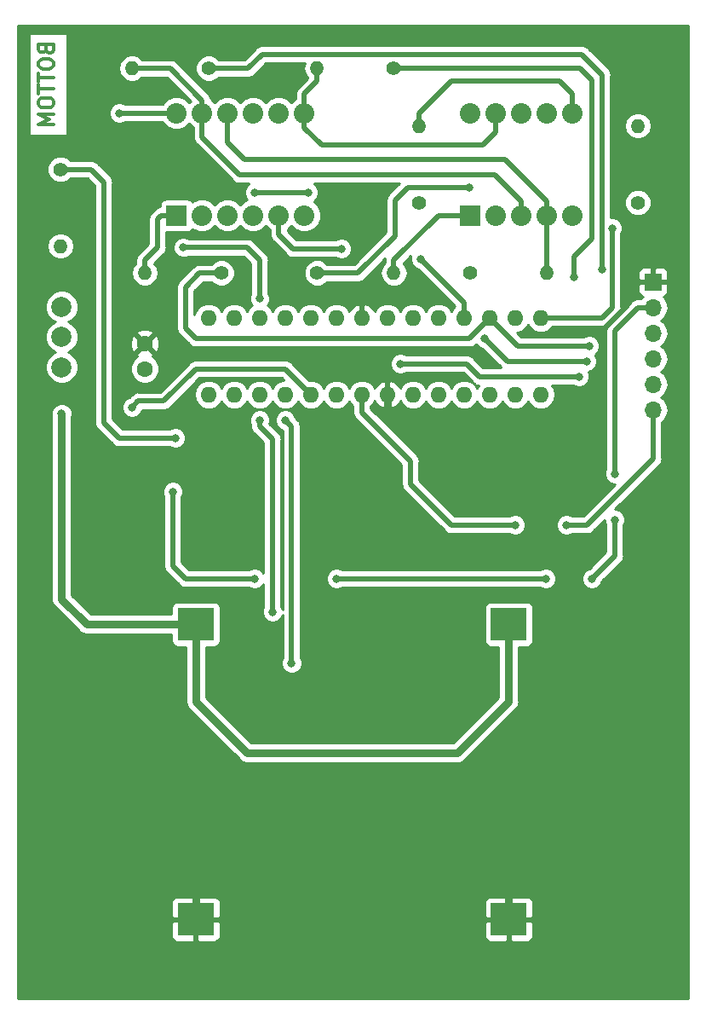
<source format=gbl>
G04 #@! TF.GenerationSoftware,KiCad,Pcbnew,(5.0.1-3-g963ef8bb5)*
G04 #@! TF.CreationDate,2018-12-12T19:15:58+01:00*
G04 #@! TF.ProjectId,kim-uno-rev1,6B696D2D756E6F2D726576312E6B6963,1*
G04 #@! TF.SameCoordinates,Original*
G04 #@! TF.FileFunction,Copper,L2,Bot,Signal*
G04 #@! TF.FilePolarity,Positive*
%FSLAX46Y46*%
G04 Gerber Fmt 4.6, Leading zero omitted, Abs format (unit mm)*
G04 Created by KiCad (PCBNEW (5.0.1-3-g963ef8bb5)) date Wednesday, 12 December 2018 at 19:15:58*
%MOMM*%
%LPD*%
G01*
G04 APERTURE LIST*
G04 #@! TA.AperFunction,NonConductor*
%ADD10C,0.300000*%
G04 #@! TD*
G04 #@! TA.AperFunction,ComponentPad*
%ADD11C,2.032000*%
G04 #@! TD*
G04 #@! TA.AperFunction,ComponentPad*
%ADD12R,2.032000X2.032000*%
G04 #@! TD*
G04 #@! TA.AperFunction,SMDPad,CuDef*
%ADD13R,3.600000X3.200000*%
G04 #@! TD*
G04 #@! TA.AperFunction,ComponentPad*
%ADD14C,1.600000*%
G04 #@! TD*
G04 #@! TA.AperFunction,ComponentPad*
%ADD15R,1.700000X1.700000*%
G04 #@! TD*
G04 #@! TA.AperFunction,ComponentPad*
%ADD16O,1.700000X1.700000*%
G04 #@! TD*
G04 #@! TA.AperFunction,ComponentPad*
%ADD17O,1.400000X1.400000*%
G04 #@! TD*
G04 #@! TA.AperFunction,ComponentPad*
%ADD18C,1.400000*%
G04 #@! TD*
G04 #@! TA.AperFunction,ComponentPad*
%ADD19C,2.000000*%
G04 #@! TD*
G04 #@! TA.AperFunction,ComponentPad*
%ADD20O,1.600000X1.600000*%
G04 #@! TD*
G04 #@! TA.AperFunction,ViaPad*
%ADD21C,0.800000*%
G04 #@! TD*
G04 #@! TA.AperFunction,Conductor*
%ADD22C,0.508000*%
G04 #@! TD*
G04 #@! TA.AperFunction,Conductor*
%ADD23C,0.762000*%
G04 #@! TD*
G04 #@! TA.AperFunction,Conductor*
%ADD24C,0.254000*%
G04 #@! TD*
G04 APERTURE END LIST*
D10*
X112332857Y-44995714D02*
X112404285Y-45210000D01*
X112475714Y-45281428D01*
X112618571Y-45352857D01*
X112832857Y-45352857D01*
X112975714Y-45281428D01*
X113047142Y-45210000D01*
X113118571Y-45067142D01*
X113118571Y-44495714D01*
X111618571Y-44495714D01*
X111618571Y-44995714D01*
X111690000Y-45138571D01*
X111761428Y-45210000D01*
X111904285Y-45281428D01*
X112047142Y-45281428D01*
X112190000Y-45210000D01*
X112261428Y-45138571D01*
X112332857Y-44995714D01*
X112332857Y-44495714D01*
X111618571Y-46281428D02*
X111618571Y-46567142D01*
X111690000Y-46710000D01*
X111832857Y-46852857D01*
X112118571Y-46924285D01*
X112618571Y-46924285D01*
X112904285Y-46852857D01*
X113047142Y-46710000D01*
X113118571Y-46567142D01*
X113118571Y-46281428D01*
X113047142Y-46138571D01*
X112904285Y-45995714D01*
X112618571Y-45924285D01*
X112118571Y-45924285D01*
X111832857Y-45995714D01*
X111690000Y-46138571D01*
X111618571Y-46281428D01*
X111618571Y-47352857D02*
X111618571Y-48210000D01*
X113118571Y-47781428D02*
X111618571Y-47781428D01*
X111618571Y-48495714D02*
X111618571Y-49352857D01*
X113118571Y-48924285D02*
X111618571Y-48924285D01*
X111618571Y-50138571D02*
X111618571Y-50424285D01*
X111690000Y-50567142D01*
X111832857Y-50710000D01*
X112118571Y-50781428D01*
X112618571Y-50781428D01*
X112904285Y-50710000D01*
X113047142Y-50567142D01*
X113118571Y-50424285D01*
X113118571Y-50138571D01*
X113047142Y-49995714D01*
X112904285Y-49852857D01*
X112618571Y-49781428D01*
X112118571Y-49781428D01*
X111832857Y-49852857D01*
X111690000Y-49995714D01*
X111618571Y-50138571D01*
X113118571Y-51424285D02*
X111618571Y-51424285D01*
X112690000Y-51924285D01*
X111618571Y-52424285D01*
X113118571Y-52424285D01*
D11*
G04 #@! TO.P,7SEG1,2*
G04 #@! TO.N,Net-(7SEG1-Pad2)*
X127889000Y-61468000D03*
D12*
G04 #@! TO.P,7SEG1,1*
G04 #@! TO.N,Net-(7SEG1-Pad1)*
X125349000Y-61468000D03*
D11*
G04 #@! TO.P,7SEG1,3*
G04 #@! TO.N,N/C*
X130429000Y-61468000D03*
G04 #@! TO.P,7SEG1,4*
G04 #@! TO.N,Net-(7SEG1-Pad4)*
X132969000Y-61468000D03*
G04 #@! TO.P,7SEG1,5*
G04 #@! TO.N,Net-(7SEG1-Pad5)*
X135509000Y-61468000D03*
G04 #@! TO.P,7SEG1,6*
G04 #@! TO.N,/DIG2*
X138049000Y-61468000D03*
G04 #@! TO.P,7SEG1,7*
G04 #@! TO.N,Net-(7SEG1-Pad7)*
X138049000Y-51308000D03*
G04 #@! TO.P,7SEG1,8*
G04 #@! TO.N,/DIG3*
X135509000Y-51308000D03*
G04 #@! TO.P,7SEG1,9*
G04 #@! TO.N,/DIG4*
X132969000Y-51308000D03*
G04 #@! TO.P,7SEG1,10*
G04 #@! TO.N,Net-(7SEG1-Pad10)*
X130429000Y-51308000D03*
G04 #@! TO.P,7SEG1,11*
G04 #@! TO.N,Net-(7SEG1-Pad11)*
X127889000Y-51308000D03*
G04 #@! TO.P,7SEG1,12*
G04 #@! TO.N,/DIG5*
X125349000Y-51308000D03*
G04 #@! TD*
G04 #@! TO.P,7SEG2,2*
G04 #@! TO.N,N/C*
X157099000Y-61468000D03*
D12*
G04 #@! TO.P,7SEG2,1*
G04 #@! TO.N,Net-(7SEG1-Pad5)*
X154559000Y-61468000D03*
D11*
G04 #@! TO.P,7SEG2,3*
G04 #@! TO.N,Net-(7SEG1-Pad11)*
X159639000Y-61468000D03*
G04 #@! TO.P,7SEG2,4*
G04 #@! TO.N,Net-(7SEG1-Pad10)*
X162179000Y-61468000D03*
G04 #@! TO.P,7SEG2,5*
G04 #@! TO.N,/DIG0*
X164719000Y-61468000D03*
G04 #@! TO.P,7SEG2,6*
G04 #@! TO.N,Net-(7SEG1-Pad2)*
X164719000Y-51308000D03*
G04 #@! TO.P,7SEG2,7*
G04 #@! TO.N,Net-(7SEG1-Pad1)*
X162179000Y-51308000D03*
G04 #@! TO.P,7SEG2,8*
G04 #@! TO.N,Net-(7SEG1-Pad4)*
X159639000Y-51308000D03*
G04 #@! TO.P,7SEG2,9*
G04 #@! TO.N,Net-(7SEG1-Pad7)*
X157099000Y-51308000D03*
G04 #@! TO.P,7SEG2,10*
G04 #@! TO.N,/DIG1*
X154559000Y-51308000D03*
G04 #@! TD*
D13*
G04 #@! TO.P,BT1,2*
G04 #@! TO.N,GND*
X158369000Y-131363000D03*
G04 #@! TO.P,BT1,1*
G04 #@! TO.N,Net-(BT1-Pad1)*
X158369000Y-102063000D03*
G04 #@! TD*
G04 #@! TO.P,BT2,1*
G04 #@! TO.N,Net-(BT1-Pad1)*
X127254000Y-102063000D03*
G04 #@! TO.P,BT2,2*
G04 #@! TO.N,GND*
X127254000Y-131363000D03*
G04 #@! TD*
D14*
G04 #@! TO.P,C1,1*
G04 #@! TO.N,VPP*
X122174000Y-76708000D03*
G04 #@! TO.P,C1,2*
G04 #@! TO.N,GND*
X122174000Y-74208000D03*
G04 #@! TD*
D15*
G04 #@! TO.P,J1,1*
G04 #@! TO.N,GND*
X172720000Y-68072000D03*
D16*
G04 #@! TO.P,J1,2*
G04 #@! TO.N,/RESET*
X172720000Y-70612000D03*
G04 #@! TO.P,J1,3*
G04 #@! TO.N,/SEG_C*
X172720000Y-73152000D03*
G04 #@! TO.P,J1,4*
G04 #@! TO.N,/SEG_D*
X172720000Y-75692000D03*
G04 #@! TO.P,J1,5*
G04 #@! TO.N,/SEG_E*
X172720000Y-78232000D03*
G04 #@! TO.P,J1,6*
G04 #@! TO.N,VPP*
X172720000Y-80772000D03*
G04 #@! TD*
D17*
G04 #@! TO.P,R1,2*
G04 #@! TO.N,Net-(7SEG1-Pad5)*
X146939000Y-67183000D03*
D18*
G04 #@! TO.P,R1,1*
G04 #@! TO.N,/SEG_A*
X139319000Y-67183000D03*
G04 #@! TD*
G04 #@! TO.P,R2,1*
G04 #@! TO.N,/SEG_B*
X154559000Y-67183000D03*
D17*
G04 #@! TO.P,R2,2*
G04 #@! TO.N,Net-(7SEG1-Pad10)*
X162179000Y-67183000D03*
G04 #@! TD*
G04 #@! TO.P,R3,2*
G04 #@! TO.N,Net-(7SEG1-Pad1)*
X122174000Y-67183000D03*
D18*
G04 #@! TO.P,R3,1*
G04 #@! TO.N,/SEG_C*
X129794000Y-67183000D03*
G04 #@! TD*
G04 #@! TO.P,R4,1*
G04 #@! TO.N,/SEG_D*
X149479000Y-60198000D03*
D17*
G04 #@! TO.P,R4,2*
G04 #@! TO.N,Net-(7SEG1-Pad2)*
X149479000Y-52578000D03*
G04 #@! TD*
G04 #@! TO.P,R5,2*
G04 #@! TO.N,Net-(7SEG1-Pad4)*
X171196000Y-52578000D03*
D18*
G04 #@! TO.P,R5,1*
G04 #@! TO.N,/SEG_E*
X171196000Y-60198000D03*
G04 #@! TD*
G04 #@! TO.P,R6,1*
G04 #@! TO.N,/SEG_F*
X146939000Y-46863000D03*
D17*
G04 #@! TO.P,R6,2*
G04 #@! TO.N,Net-(7SEG1-Pad7)*
X139319000Y-46863000D03*
G04 #@! TD*
G04 #@! TO.P,R7,2*
G04 #@! TO.N,Net-(7SEG1-Pad11)*
X120904000Y-46863000D03*
D18*
G04 #@! TO.P,R7,1*
G04 #@! TO.N,/SEG_G*
X128524000Y-46863000D03*
G04 #@! TD*
G04 #@! TO.P,R8,1*
G04 #@! TO.N,/RESET*
X113792000Y-56896000D03*
D17*
G04 #@! TO.P,R8,2*
G04 #@! TO.N,VPP*
X113792000Y-64516000D03*
G04 #@! TD*
D19*
G04 #@! TO.P,SW21,1*
G04 #@! TO.N,VPP*
X113919000Y-70533000D03*
G04 #@! TO.P,SW21,2*
G04 #@! TO.N,Net-(BT1-Pad1)*
X113919000Y-73533000D03*
G04 #@! TO.P,SW21,3*
G04 #@! TO.N,N/C*
X113919000Y-76533000D03*
G04 #@! TD*
D20*
G04 #@! TO.P,U1,1*
G04 #@! TO.N,/RESET*
X128524000Y-79248000D03*
G04 #@! TO.P,U1,2*
G04 #@! TO.N,/ROW0*
X131064000Y-79248000D03*
G04 #@! TO.P,U1,3*
G04 #@! TO.N,/ROW1*
X133604000Y-79248000D03*
G04 #@! TO.P,U1,4*
G04 #@! TO.N,/ROW2*
X136144000Y-79248000D03*
G04 #@! TO.P,U1,5*
G04 #@! TO.N,/ROW3*
X138684000Y-79248000D03*
G04 #@! TO.P,U1,6*
G04 #@! TO.N,/COL0*
X141224000Y-79248000D03*
G04 #@! TO.P,U1,7*
G04 #@! TO.N,VPP*
X143764000Y-79248000D03*
G04 #@! TO.P,U1,8*
G04 #@! TO.N,GND*
X146304000Y-79248000D03*
G04 #@! TO.P,U1,9*
G04 #@! TO.N,/SEG_F*
X148844000Y-79248000D03*
G04 #@! TO.P,U1,10*
G04 #@! TO.N,/SEG_G*
X151384000Y-79248000D03*
G04 #@! TO.P,U1,11*
G04 #@! TO.N,/COL1*
X153924000Y-79248000D03*
G04 #@! TO.P,U1,12*
G04 #@! TO.N,/COL2*
X156464000Y-79248000D03*
G04 #@! TO.P,U1,13*
G04 #@! TO.N,/COL3*
X159004000Y-79248000D03*
G04 #@! TO.P,U1,14*
G04 #@! TO.N,/COL4*
X161544000Y-79248000D03*
G04 #@! TO.P,U1,15*
G04 #@! TO.N,/SEG_A*
X161544000Y-71628000D03*
G04 #@! TO.P,U1,16*
G04 #@! TO.N,/SEG_B*
X159004000Y-71628000D03*
G04 #@! TO.P,U1,17*
G04 #@! TO.N,/SEG_C*
X156464000Y-71628000D03*
G04 #@! TO.P,U1,18*
G04 #@! TO.N,/SEG_D*
X153924000Y-71628000D03*
G04 #@! TO.P,U1,19*
G04 #@! TO.N,/SEG_E*
X151384000Y-71628000D03*
G04 #@! TO.P,U1,20*
G04 #@! TO.N,N/C*
X148844000Y-71628000D03*
G04 #@! TO.P,U1,21*
X146304000Y-71628000D03*
G04 #@! TO.P,U1,22*
G04 #@! TO.N,GND*
X143764000Y-71628000D03*
G04 #@! TO.P,U1,23*
G04 #@! TO.N,/DIG0*
X141224000Y-71628000D03*
G04 #@! TO.P,U1,24*
G04 #@! TO.N,/DIG1*
X138684000Y-71628000D03*
G04 #@! TO.P,U1,25*
G04 #@! TO.N,/DIG2*
X136144000Y-71628000D03*
G04 #@! TO.P,U1,26*
G04 #@! TO.N,/DIG3*
X133604000Y-71628000D03*
G04 #@! TO.P,U1,27*
G04 #@! TO.N,/DIG4*
X131064000Y-71628000D03*
G04 #@! TO.P,U1,28*
G04 #@! TO.N,/DIG5*
X128524000Y-71628000D03*
G04 #@! TD*
D21*
G04 #@! TO.N,Net-(7SEG1-Pad2)*
X133096000Y-59182000D03*
X138430000Y-59182000D03*
G04 #@! TO.N,Net-(7SEG1-Pad5)*
X141732000Y-64770000D03*
G04 #@! TO.N,/DIG3*
X133604000Y-69723000D03*
X125984000Y-64643000D03*
G04 #@! TO.N,/DIG5*
X119634000Y-51308000D03*
G04 #@! TO.N,Net-(BT1-Pad1)*
X113919000Y-81153000D03*
G04 #@! TO.N,VPP*
X159004000Y-92202000D03*
X164084000Y-92202000D03*
G04 #@! TO.N,/RESET*
X125222000Y-83566000D03*
X124968000Y-88900000D03*
X133096000Y-97536000D03*
X141224000Y-97536000D03*
X162052000Y-97536000D03*
X166624000Y-97536000D03*
X168910000Y-91694000D03*
X168910000Y-87122000D03*
G04 #@! TO.N,/SEG_C*
X166370000Y-74422000D03*
G04 #@! TO.N,/SEG_D*
X149606000Y-65786000D03*
X155956000Y-73660000D03*
X166116000Y-75946000D03*
G04 #@! TO.N,/SEG_E*
X147574000Y-76200000D03*
X165354000Y-77470000D03*
G04 #@! TO.N,/SEG_A*
X154432000Y-58674000D03*
X168656000Y-62738000D03*
G04 #@! TO.N,/SEG_F*
X164846000Y-67564000D03*
G04 #@! TO.N,/SEG_G*
X167640000Y-66802000D03*
G04 #@! TO.N,/ROW1*
X134874000Y-100838000D03*
X133604000Y-81788000D03*
G04 #@! TO.N,/ROW2*
X136779000Y-105918000D03*
X136144000Y-81788000D03*
G04 #@! TO.N,/ROW3*
X120904000Y-80518000D03*
G04 #@! TD*
D22*
G04 #@! TO.N,Net-(7SEG1-Pad2)*
X152654000Y-48133000D02*
X163449000Y-48133000D01*
X164719000Y-49403000D02*
X164719000Y-51308000D01*
X163449000Y-48133000D02*
X164719000Y-49403000D01*
X149479000Y-51308000D02*
X152654000Y-48133000D01*
X149479000Y-52578000D02*
X149479000Y-51308000D01*
X133096000Y-59182000D02*
X138430000Y-59182000D01*
G04 #@! TO.N,Net-(7SEG1-Pad1)*
X123825000Y-61468000D02*
X125349000Y-61468000D01*
X123444000Y-61849000D02*
X123825000Y-61468000D01*
X123444000Y-64643000D02*
X123444000Y-61849000D01*
X122174000Y-65913000D02*
X123444000Y-64643000D01*
X122174000Y-67183000D02*
X122174000Y-65913000D01*
G04 #@! TO.N,Net-(7SEG1-Pad5)*
X146939000Y-67183000D02*
X146939000Y-65913000D01*
X151384000Y-61468000D02*
X154559000Y-61468000D01*
X146939000Y-65913000D02*
X151384000Y-61468000D01*
X135509000Y-63373000D02*
X135509000Y-61468000D01*
X136906000Y-64770000D02*
X135509000Y-63373000D01*
X141732000Y-64770000D02*
X136906000Y-64770000D01*
G04 #@! TO.N,Net-(7SEG1-Pad7)*
X139319000Y-46863000D02*
X139319000Y-48133000D01*
X139319000Y-48133000D02*
X138049000Y-49403000D01*
X138049000Y-49403000D02*
X138049000Y-51308000D01*
X155829000Y-54483000D02*
X157099000Y-53213000D01*
X139787160Y-54483000D02*
X155829000Y-54483000D01*
X157099000Y-53213000D02*
X157099000Y-51308000D01*
X138049000Y-52744840D02*
X139787160Y-54483000D01*
X138049000Y-51308000D02*
X138049000Y-52744840D01*
G04 #@! TO.N,/DIG3*
X133604000Y-69723000D02*
X133604000Y-65913000D01*
X133604000Y-65913000D02*
X132334000Y-64643000D01*
X132334000Y-64643000D02*
X125984000Y-64643000D01*
G04 #@! TO.N,Net-(7SEG1-Pad10)*
X162179000Y-67183000D02*
X162179000Y-61468000D01*
X130429000Y-54229000D02*
X130429000Y-51308000D01*
X132080000Y-55880000D02*
X130429000Y-54229000D01*
X158027840Y-55880000D02*
X132080000Y-55880000D01*
X162179000Y-60031160D02*
X158027840Y-55880000D01*
X162179000Y-61468000D02*
X162179000Y-60031160D01*
G04 #@! TO.N,Net-(7SEG1-Pad11)*
X120904000Y-46863000D02*
X124714000Y-46863000D01*
X124714000Y-46863000D02*
X127889000Y-50038000D01*
X127889000Y-50038000D02*
X127889000Y-51308000D01*
X159639000Y-60031160D02*
X157011840Y-57404000D01*
X159639000Y-61468000D02*
X159639000Y-60031160D01*
X157011840Y-57404000D02*
X131572000Y-57404000D01*
X127889000Y-53721000D02*
X127889000Y-51308000D01*
X131572000Y-57404000D02*
X127889000Y-53721000D01*
G04 #@! TO.N,/DIG5*
X119634000Y-51308000D02*
X125349000Y-51308000D01*
D23*
G04 #@! TO.N,GND*
X127254000Y-131363000D02*
X127254000Y-123698000D01*
X127254000Y-123698000D02*
X132334000Y-118618000D01*
X132334000Y-118618000D02*
X153289000Y-118618000D01*
X158369000Y-123698000D02*
X158369000Y-131363000D01*
X153289000Y-118618000D02*
X158369000Y-123698000D01*
X146304000Y-80518000D02*
X146304000Y-79248000D01*
X164719000Y-117348000D02*
X164719000Y-95123000D01*
X147574000Y-81788000D02*
X146304000Y-80518000D01*
X151384000Y-81788000D02*
X147574000Y-81788000D01*
X164719000Y-95123000D02*
X151384000Y-81788000D01*
X158369000Y-123698000D02*
X164719000Y-117348000D01*
D22*
X170180000Y-68834000D02*
X170942000Y-68072000D01*
X170180000Y-70358000D02*
X170180000Y-68834000D01*
X167640000Y-72898000D02*
X170180000Y-70358000D01*
X170942000Y-68072000D02*
X172720000Y-68072000D01*
X163576000Y-81788000D02*
X167640000Y-77724000D01*
X167640000Y-77724000D02*
X167640000Y-72898000D01*
X151384000Y-81788000D02*
X163576000Y-81788000D01*
D23*
G04 #@! TO.N,Net-(BT1-Pad1)*
X127254000Y-102063000D02*
X127254000Y-109728000D01*
X127254000Y-109728000D02*
X132334000Y-114808000D01*
X132334000Y-114808000D02*
X153289000Y-114808000D01*
X158369000Y-109728000D02*
X158369000Y-102063000D01*
X153289000Y-114808000D02*
X158369000Y-109728000D01*
X127254000Y-102063000D02*
X116414000Y-102063000D01*
X113919000Y-99568000D02*
X113919000Y-81153000D01*
X116414000Y-102063000D02*
X113919000Y-99568000D01*
D22*
G04 #@! TO.N,VPP*
X143764000Y-79248000D02*
X143764000Y-81026000D01*
X143764000Y-81026000D02*
X148590000Y-85852000D01*
X148590000Y-85852000D02*
X148590000Y-88138000D01*
X152654000Y-92202000D02*
X159004000Y-92202000D01*
X148590000Y-88138000D02*
X152654000Y-92202000D01*
X164084000Y-92202000D02*
X166116000Y-92202000D01*
X172720000Y-85598000D02*
X172720000Y-80772000D01*
X166116000Y-92202000D02*
X172720000Y-85598000D01*
G04 #@! TO.N,/RESET*
X124968000Y-88900000D02*
X124968000Y-96266000D01*
X126238000Y-97536000D02*
X133096000Y-97536000D01*
X124968000Y-96266000D02*
X126238000Y-97536000D01*
X141224000Y-97536000D02*
X162052000Y-97536000D01*
X166624000Y-97536000D02*
X168910000Y-95250000D01*
X168910000Y-95250000D02*
X168910000Y-91694000D01*
X168910000Y-87122000D02*
X168910000Y-72898000D01*
X171196000Y-70612000D02*
X172720000Y-70612000D01*
X168910000Y-72898000D02*
X171196000Y-70612000D01*
X118110000Y-82042000D02*
X118110000Y-58166000D01*
X116840000Y-56896000D02*
X113792000Y-56896000D01*
X118110000Y-58166000D02*
X116840000Y-56896000D01*
X119634000Y-83566000D02*
X118110000Y-82042000D01*
X125222000Y-83566000D02*
X119634000Y-83566000D01*
G04 #@! TO.N,/SEG_C*
X129794000Y-67183000D02*
X127635000Y-67183000D01*
X127635000Y-67183000D02*
X126238000Y-68580000D01*
X126238000Y-68580000D02*
X126238000Y-72644000D01*
X126238000Y-72644000D02*
X127254000Y-73660000D01*
X154432000Y-73660000D02*
X156464000Y-71628000D01*
X127254000Y-73660000D02*
X154432000Y-73660000D01*
X159258000Y-74422000D02*
X166370000Y-74422000D01*
X156464000Y-71628000D02*
X159258000Y-74422000D01*
G04 #@! TO.N,/SEG_D*
X153924000Y-71628000D02*
X153924000Y-70104000D01*
X153924000Y-70104000D02*
X152146000Y-68326000D01*
X152146000Y-68326000D02*
X149606000Y-65786000D01*
X158242000Y-75946000D02*
X166116000Y-75946000D01*
X155956000Y-73660000D02*
X158242000Y-75946000D01*
G04 #@! TO.N,/SEG_E*
X147574000Y-76200000D02*
X154178000Y-76200000D01*
X155448000Y-77470000D02*
X165354000Y-77470000D01*
X154178000Y-76200000D02*
X155448000Y-77470000D01*
G04 #@! TO.N,/SEG_A*
X139319000Y-67183000D02*
X143383000Y-67183000D01*
X143383000Y-67183000D02*
X147066000Y-63500000D01*
X147066000Y-63500000D02*
X147066000Y-59944000D01*
X148336000Y-58674000D02*
X154432000Y-58674000D01*
X147066000Y-59944000D02*
X148336000Y-58674000D01*
X167640000Y-71628000D02*
X161544000Y-71628000D01*
X168656000Y-70612000D02*
X167640000Y-71628000D01*
X168656000Y-62738000D02*
X168656000Y-70612000D01*
G04 #@! TO.N,/SEG_F*
X164846000Y-67564000D02*
X164846000Y-65532000D01*
X164846000Y-65532000D02*
X166624000Y-63754000D01*
X166624000Y-63754000D02*
X166624000Y-48006000D01*
X165481000Y-46863000D02*
X146939000Y-46863000D01*
X166624000Y-48006000D02*
X165481000Y-46863000D01*
G04 #@! TO.N,/SEG_G*
X132461000Y-46863000D02*
X128524000Y-46863000D01*
X133858000Y-45466000D02*
X132461000Y-46863000D01*
X167640000Y-47498000D02*
X165608000Y-45466000D01*
X165608000Y-45466000D02*
X133858000Y-45466000D01*
X167640000Y-66802000D02*
X167640000Y-47498000D01*
G04 #@! TO.N,/ROW1*
X134874000Y-100838000D02*
X134874000Y-83693000D01*
X134874000Y-83693000D02*
X133604000Y-82423000D01*
X133604000Y-82423000D02*
X133604000Y-81788000D01*
G04 #@! TO.N,/ROW2*
X136779000Y-105918000D02*
X136779000Y-82423000D01*
X136779000Y-82423000D02*
X136144000Y-81788000D01*
G04 #@! TO.N,/ROW3*
X120904000Y-80518000D02*
X121539000Y-79883000D01*
X121539000Y-79883000D02*
X124079000Y-79883000D01*
X124079000Y-79883000D02*
X127254000Y-76708000D01*
X136144000Y-76708000D02*
X138684000Y-79248000D01*
X127254000Y-76708000D02*
X136144000Y-76708000D01*
G04 #@! TD*
D24*
G04 #@! TO.N,GND*
G36*
X176215001Y-139215000D02*
X109585000Y-139215000D01*
X109585000Y-131648750D01*
X124819000Y-131648750D01*
X124819000Y-133089309D01*
X124915673Y-133322698D01*
X125094301Y-133501327D01*
X125327690Y-133598000D01*
X126968250Y-133598000D01*
X127127000Y-133439250D01*
X127127000Y-131490000D01*
X127381000Y-131490000D01*
X127381000Y-133439250D01*
X127539750Y-133598000D01*
X129180310Y-133598000D01*
X129413699Y-133501327D01*
X129592327Y-133322698D01*
X129689000Y-133089309D01*
X129689000Y-131648750D01*
X155934000Y-131648750D01*
X155934000Y-133089309D01*
X156030673Y-133322698D01*
X156209301Y-133501327D01*
X156442690Y-133598000D01*
X158083250Y-133598000D01*
X158242000Y-133439250D01*
X158242000Y-131490000D01*
X158496000Y-131490000D01*
X158496000Y-133439250D01*
X158654750Y-133598000D01*
X160295310Y-133598000D01*
X160528699Y-133501327D01*
X160707327Y-133322698D01*
X160804000Y-133089309D01*
X160804000Y-131648750D01*
X160645250Y-131490000D01*
X158496000Y-131490000D01*
X158242000Y-131490000D01*
X156092750Y-131490000D01*
X155934000Y-131648750D01*
X129689000Y-131648750D01*
X129530250Y-131490000D01*
X127381000Y-131490000D01*
X127127000Y-131490000D01*
X124977750Y-131490000D01*
X124819000Y-131648750D01*
X109585000Y-131648750D01*
X109585000Y-129636691D01*
X124819000Y-129636691D01*
X124819000Y-131077250D01*
X124977750Y-131236000D01*
X127127000Y-131236000D01*
X127127000Y-129286750D01*
X127381000Y-129286750D01*
X127381000Y-131236000D01*
X129530250Y-131236000D01*
X129689000Y-131077250D01*
X129689000Y-129636691D01*
X155934000Y-129636691D01*
X155934000Y-131077250D01*
X156092750Y-131236000D01*
X158242000Y-131236000D01*
X158242000Y-129286750D01*
X158496000Y-129286750D01*
X158496000Y-131236000D01*
X160645250Y-131236000D01*
X160804000Y-131077250D01*
X160804000Y-129636691D01*
X160707327Y-129403302D01*
X160528699Y-129224673D01*
X160295310Y-129128000D01*
X158654750Y-129128000D01*
X158496000Y-129286750D01*
X158242000Y-129286750D01*
X158083250Y-129128000D01*
X156442690Y-129128000D01*
X156209301Y-129224673D01*
X156030673Y-129403302D01*
X155934000Y-129636691D01*
X129689000Y-129636691D01*
X129592327Y-129403302D01*
X129413699Y-129224673D01*
X129180310Y-129128000D01*
X127539750Y-129128000D01*
X127381000Y-129286750D01*
X127127000Y-129286750D01*
X126968250Y-129128000D01*
X125327690Y-129128000D01*
X125094301Y-129224673D01*
X124915673Y-129403302D01*
X124819000Y-129636691D01*
X109585000Y-129636691D01*
X109585000Y-99568000D01*
X112883096Y-99568000D01*
X112903000Y-99668063D01*
X112903000Y-99668064D01*
X112961949Y-99964422D01*
X113186505Y-100300495D01*
X113271340Y-100357180D01*
X115624822Y-102710663D01*
X115681505Y-102795495D01*
X116017577Y-103020051D01*
X116313935Y-103079000D01*
X116313936Y-103079000D01*
X116414000Y-103098904D01*
X116514063Y-103079000D01*
X124806560Y-103079000D01*
X124806560Y-103663000D01*
X124855843Y-103910765D01*
X124996191Y-104120809D01*
X125206235Y-104261157D01*
X125454000Y-104310440D01*
X126238000Y-104310440D01*
X126238001Y-109627932D01*
X126218096Y-109728000D01*
X126296950Y-110124422D01*
X126296950Y-110124423D01*
X126521506Y-110460495D01*
X126606338Y-110517178D01*
X131544822Y-115455663D01*
X131601505Y-115540495D01*
X131937577Y-115765051D01*
X132233935Y-115824000D01*
X132233936Y-115824000D01*
X132334000Y-115843904D01*
X132434063Y-115824000D01*
X153188937Y-115824000D01*
X153289000Y-115843904D01*
X153389063Y-115824000D01*
X153389065Y-115824000D01*
X153685423Y-115765051D01*
X154021495Y-115540495D01*
X154078180Y-115455660D01*
X159016664Y-110517177D01*
X159101495Y-110460495D01*
X159326051Y-110124423D01*
X159385000Y-109828065D01*
X159385000Y-109828064D01*
X159404904Y-109728000D01*
X159385000Y-109627937D01*
X159385000Y-104310440D01*
X160169000Y-104310440D01*
X160416765Y-104261157D01*
X160626809Y-104120809D01*
X160767157Y-103910765D01*
X160816440Y-103663000D01*
X160816440Y-100463000D01*
X160767157Y-100215235D01*
X160626809Y-100005191D01*
X160416765Y-99864843D01*
X160169000Y-99815560D01*
X156569000Y-99815560D01*
X156321235Y-99864843D01*
X156111191Y-100005191D01*
X155970843Y-100215235D01*
X155921560Y-100463000D01*
X155921560Y-103663000D01*
X155970843Y-103910765D01*
X156111191Y-104120809D01*
X156321235Y-104261157D01*
X156569000Y-104310440D01*
X157353001Y-104310440D01*
X157353000Y-109307159D01*
X152868160Y-113792000D01*
X132754841Y-113792000D01*
X128270000Y-109307160D01*
X128270000Y-104310440D01*
X129054000Y-104310440D01*
X129301765Y-104261157D01*
X129511809Y-104120809D01*
X129652157Y-103910765D01*
X129701440Y-103663000D01*
X129701440Y-100463000D01*
X129652157Y-100215235D01*
X129511809Y-100005191D01*
X129301765Y-99864843D01*
X129054000Y-99815560D01*
X125454000Y-99815560D01*
X125206235Y-99864843D01*
X124996191Y-100005191D01*
X124855843Y-100215235D01*
X124806560Y-100463000D01*
X124806560Y-101047000D01*
X116834841Y-101047000D01*
X114935000Y-99147160D01*
X114935000Y-88694126D01*
X123933000Y-88694126D01*
X123933000Y-89105874D01*
X124079000Y-89458350D01*
X124079001Y-96178441D01*
X124061584Y-96266000D01*
X124130582Y-96612870D01*
X124327068Y-96906933D01*
X124401294Y-96956529D01*
X125547471Y-98102707D01*
X125597067Y-98176933D01*
X125891130Y-98373419D01*
X126150444Y-98425000D01*
X126150448Y-98425000D01*
X126237999Y-98442415D01*
X126325550Y-98425000D01*
X132537650Y-98425000D01*
X132890126Y-98571000D01*
X133301874Y-98571000D01*
X133682280Y-98413431D01*
X133973431Y-98122280D01*
X133985000Y-98094350D01*
X133985000Y-100279650D01*
X133839000Y-100632126D01*
X133839000Y-101043874D01*
X133996569Y-101424280D01*
X134287720Y-101715431D01*
X134668126Y-101873000D01*
X135079874Y-101873000D01*
X135460280Y-101715431D01*
X135751431Y-101424280D01*
X135890000Y-101089744D01*
X135890000Y-105359650D01*
X135744000Y-105712126D01*
X135744000Y-106123874D01*
X135901569Y-106504280D01*
X136192720Y-106795431D01*
X136573126Y-106953000D01*
X136984874Y-106953000D01*
X137365280Y-106795431D01*
X137656431Y-106504280D01*
X137814000Y-106123874D01*
X137814000Y-105712126D01*
X137668000Y-105359650D01*
X137668000Y-97330126D01*
X140189000Y-97330126D01*
X140189000Y-97741874D01*
X140346569Y-98122280D01*
X140637720Y-98413431D01*
X141018126Y-98571000D01*
X141429874Y-98571000D01*
X141782350Y-98425000D01*
X161493650Y-98425000D01*
X161846126Y-98571000D01*
X162257874Y-98571000D01*
X162638280Y-98413431D01*
X162929431Y-98122280D01*
X163087000Y-97741874D01*
X163087000Y-97330126D01*
X162929431Y-96949720D01*
X162638280Y-96658569D01*
X162257874Y-96501000D01*
X161846126Y-96501000D01*
X161493650Y-96647000D01*
X141782350Y-96647000D01*
X141429874Y-96501000D01*
X141018126Y-96501000D01*
X140637720Y-96658569D01*
X140346569Y-96949720D01*
X140189000Y-97330126D01*
X137668000Y-97330126D01*
X137668000Y-82510555D01*
X137685416Y-82423000D01*
X137616419Y-82076129D01*
X137469529Y-81856293D01*
X137419933Y-81782067D01*
X137345706Y-81732470D01*
X137167431Y-81554195D01*
X137021431Y-81201720D01*
X136730280Y-80910569D01*
X136349874Y-80753000D01*
X135938126Y-80753000D01*
X135557720Y-80910569D01*
X135266569Y-81201720D01*
X135109000Y-81582126D01*
X135109000Y-81993874D01*
X135266569Y-82374280D01*
X135557720Y-82665431D01*
X135890001Y-82803066D01*
X135890000Y-100586256D01*
X135763000Y-100279650D01*
X135763000Y-83780550D01*
X135780415Y-83692999D01*
X135763000Y-83605448D01*
X135763000Y-83605444D01*
X135711419Y-83346130D01*
X135514933Y-83052067D01*
X135440707Y-83002471D01*
X134578403Y-82140168D01*
X134639000Y-81993874D01*
X134639000Y-81582126D01*
X134481431Y-81201720D01*
X134190280Y-80910569D01*
X133809874Y-80753000D01*
X133398126Y-80753000D01*
X133017720Y-80910569D01*
X132726569Y-81201720D01*
X132569000Y-81582126D01*
X132569000Y-81993874D01*
X132713535Y-82342812D01*
X132697584Y-82423000D01*
X132715000Y-82510555D01*
X132766581Y-82769869D01*
X132963067Y-83063933D01*
X133037296Y-83113531D01*
X133985001Y-84061237D01*
X133985000Y-96977651D01*
X133973431Y-96949720D01*
X133682280Y-96658569D01*
X133301874Y-96501000D01*
X132890126Y-96501000D01*
X132537650Y-96647000D01*
X126606236Y-96647000D01*
X125857000Y-95897765D01*
X125857000Y-89458350D01*
X126003000Y-89105874D01*
X126003000Y-88694126D01*
X125845431Y-88313720D01*
X125554280Y-88022569D01*
X125173874Y-87865000D01*
X124762126Y-87865000D01*
X124381720Y-88022569D01*
X124090569Y-88313720D01*
X123933000Y-88694126D01*
X114935000Y-88694126D01*
X114935000Y-81404744D01*
X114954000Y-81358874D01*
X114954000Y-80947126D01*
X114876955Y-80761123D01*
X114876051Y-80756577D01*
X114873476Y-80752723D01*
X114796431Y-80566720D01*
X114654070Y-80424359D01*
X114651495Y-80420505D01*
X114647641Y-80417930D01*
X114505280Y-80275569D01*
X114319277Y-80198524D01*
X114315423Y-80195949D01*
X114310877Y-80195045D01*
X114124874Y-80118000D01*
X113923545Y-80118000D01*
X113919000Y-80117096D01*
X113914455Y-80118000D01*
X113713126Y-80118000D01*
X113527122Y-80195045D01*
X113522578Y-80195949D01*
X113518725Y-80198523D01*
X113332720Y-80275569D01*
X113190357Y-80417932D01*
X113186506Y-80420505D01*
X113183933Y-80424356D01*
X113041569Y-80566720D01*
X112964523Y-80752727D01*
X112961950Y-80756577D01*
X112961047Y-80761119D01*
X112884000Y-80947126D01*
X112884000Y-81358874D01*
X112903001Y-81404747D01*
X112903000Y-99467936D01*
X112883096Y-99568000D01*
X109585000Y-99568000D01*
X109585000Y-70207778D01*
X112284000Y-70207778D01*
X112284000Y-70858222D01*
X112532914Y-71459153D01*
X112992847Y-71919086D01*
X113267859Y-72033000D01*
X112992847Y-72146914D01*
X112532914Y-72606847D01*
X112284000Y-73207778D01*
X112284000Y-73858222D01*
X112532914Y-74459153D01*
X112992847Y-74919086D01*
X113267859Y-75033000D01*
X112992847Y-75146914D01*
X112532914Y-75606847D01*
X112284000Y-76207778D01*
X112284000Y-76858222D01*
X112532914Y-77459153D01*
X112992847Y-77919086D01*
X113593778Y-78168000D01*
X114244222Y-78168000D01*
X114845153Y-77919086D01*
X115305086Y-77459153D01*
X115554000Y-76858222D01*
X115554000Y-76207778D01*
X115305086Y-75606847D01*
X114845153Y-75146914D01*
X114570141Y-75033000D01*
X114845153Y-74919086D01*
X115305086Y-74459153D01*
X115554000Y-73858222D01*
X115554000Y-73207778D01*
X115305086Y-72606847D01*
X114845153Y-72146914D01*
X114570141Y-72033000D01*
X114845153Y-71919086D01*
X115305086Y-71459153D01*
X115554000Y-70858222D01*
X115554000Y-70207778D01*
X115305086Y-69606847D01*
X114845153Y-69146914D01*
X114244222Y-68898000D01*
X113593778Y-68898000D01*
X112992847Y-69146914D01*
X112532914Y-69606847D01*
X112284000Y-70207778D01*
X109585000Y-70207778D01*
X109585000Y-64516000D01*
X112430846Y-64516000D01*
X112534458Y-65036891D01*
X112829519Y-65478481D01*
X113271109Y-65773542D01*
X113660515Y-65851000D01*
X113923485Y-65851000D01*
X114312891Y-65773542D01*
X114754481Y-65478481D01*
X115049542Y-65036891D01*
X115153154Y-64516000D01*
X115049542Y-63995109D01*
X114754481Y-63553519D01*
X114312891Y-63258458D01*
X113923485Y-63181000D01*
X113660515Y-63181000D01*
X113271109Y-63258458D01*
X112829519Y-63553519D01*
X112534458Y-63995109D01*
X112430846Y-64516000D01*
X109585000Y-64516000D01*
X109585000Y-56630452D01*
X112457000Y-56630452D01*
X112457000Y-57161548D01*
X112660242Y-57652217D01*
X113035783Y-58027758D01*
X113526452Y-58231000D01*
X114057548Y-58231000D01*
X114548217Y-58027758D01*
X114790975Y-57785000D01*
X116471765Y-57785000D01*
X117221001Y-58534237D01*
X117221000Y-81954445D01*
X117203584Y-82042000D01*
X117221000Y-82129555D01*
X117272581Y-82388869D01*
X117469067Y-82682933D01*
X117543296Y-82732531D01*
X118943471Y-84132707D01*
X118993067Y-84206933D01*
X119287130Y-84403419D01*
X119546444Y-84455000D01*
X119546448Y-84455000D01*
X119633999Y-84472415D01*
X119721550Y-84455000D01*
X124663650Y-84455000D01*
X125016126Y-84601000D01*
X125427874Y-84601000D01*
X125808280Y-84443431D01*
X126099431Y-84152280D01*
X126257000Y-83771874D01*
X126257000Y-83360126D01*
X126099431Y-82979720D01*
X125808280Y-82688569D01*
X125427874Y-82531000D01*
X125016126Y-82531000D01*
X124663650Y-82677000D01*
X120002236Y-82677000D01*
X118999000Y-81673765D01*
X118999000Y-80312126D01*
X119869000Y-80312126D01*
X119869000Y-80723874D01*
X120026569Y-81104280D01*
X120317720Y-81395431D01*
X120698126Y-81553000D01*
X121109874Y-81553000D01*
X121490280Y-81395431D01*
X121781431Y-81104280D01*
X121919066Y-80772000D01*
X123991445Y-80772000D01*
X124079000Y-80789416D01*
X124166555Y-80772000D01*
X124166556Y-80772000D01*
X124425870Y-80720419D01*
X124719933Y-80523933D01*
X124769531Y-80449704D01*
X127622236Y-77597000D01*
X135775765Y-77597000D01*
X135993574Y-77814809D01*
X135584091Y-77896260D01*
X135109423Y-78213423D01*
X134874000Y-78565758D01*
X134638577Y-78213423D01*
X134163909Y-77896260D01*
X133745333Y-77813000D01*
X133462667Y-77813000D01*
X133044091Y-77896260D01*
X132569423Y-78213423D01*
X132334000Y-78565758D01*
X132098577Y-78213423D01*
X131623909Y-77896260D01*
X131205333Y-77813000D01*
X130922667Y-77813000D01*
X130504091Y-77896260D01*
X130029423Y-78213423D01*
X129794000Y-78565758D01*
X129558577Y-78213423D01*
X129083909Y-77896260D01*
X128665333Y-77813000D01*
X128382667Y-77813000D01*
X127964091Y-77896260D01*
X127489423Y-78213423D01*
X127172260Y-78688091D01*
X127060887Y-79248000D01*
X127172260Y-79807909D01*
X127489423Y-80282577D01*
X127964091Y-80599740D01*
X128382667Y-80683000D01*
X128665333Y-80683000D01*
X129083909Y-80599740D01*
X129558577Y-80282577D01*
X129794000Y-79930242D01*
X130029423Y-80282577D01*
X130504091Y-80599740D01*
X130922667Y-80683000D01*
X131205333Y-80683000D01*
X131623909Y-80599740D01*
X132098577Y-80282577D01*
X132334000Y-79930242D01*
X132569423Y-80282577D01*
X133044091Y-80599740D01*
X133462667Y-80683000D01*
X133745333Y-80683000D01*
X134163909Y-80599740D01*
X134638577Y-80282577D01*
X134874000Y-79930242D01*
X135109423Y-80282577D01*
X135584091Y-80599740D01*
X136002667Y-80683000D01*
X136285333Y-80683000D01*
X136703909Y-80599740D01*
X137178577Y-80282577D01*
X137414000Y-79930242D01*
X137649423Y-80282577D01*
X138124091Y-80599740D01*
X138542667Y-80683000D01*
X138825333Y-80683000D01*
X139243909Y-80599740D01*
X139718577Y-80282577D01*
X139954000Y-79930242D01*
X140189423Y-80282577D01*
X140664091Y-80599740D01*
X141082667Y-80683000D01*
X141365333Y-80683000D01*
X141783909Y-80599740D01*
X142258577Y-80282577D01*
X142494000Y-79930242D01*
X142729423Y-80282577D01*
X142875001Y-80379849D01*
X142875001Y-80938441D01*
X142857584Y-81026000D01*
X142926582Y-81372870D01*
X143068711Y-81585581D01*
X143123068Y-81666933D01*
X143197294Y-81716529D01*
X147701000Y-86220236D01*
X147701001Y-88050441D01*
X147683584Y-88138000D01*
X147718538Y-88313720D01*
X147752582Y-88484870D01*
X147949068Y-88778933D01*
X148023294Y-88828529D01*
X151963471Y-92768707D01*
X152013067Y-92842933D01*
X152307130Y-93039419D01*
X152566444Y-93091000D01*
X152566445Y-93091000D01*
X152654000Y-93108416D01*
X152741555Y-93091000D01*
X158445650Y-93091000D01*
X158798126Y-93237000D01*
X159209874Y-93237000D01*
X159590280Y-93079431D01*
X159881431Y-92788280D01*
X160039000Y-92407874D01*
X160039000Y-91996126D01*
X159881431Y-91615720D01*
X159590280Y-91324569D01*
X159209874Y-91167000D01*
X158798126Y-91167000D01*
X158445650Y-91313000D01*
X153022236Y-91313000D01*
X149479000Y-87769765D01*
X149479000Y-85939556D01*
X149496416Y-85852000D01*
X149427419Y-85505129D01*
X149280529Y-85285293D01*
X149230933Y-85211067D01*
X149156707Y-85161471D01*
X144653000Y-80657765D01*
X144653000Y-80379848D01*
X144798577Y-80282577D01*
X145054947Y-79898892D01*
X145151611Y-80103134D01*
X145566577Y-80479041D01*
X145954961Y-80639904D01*
X146177000Y-80517915D01*
X146177000Y-79375000D01*
X146157000Y-79375000D01*
X146157000Y-79121000D01*
X146177000Y-79121000D01*
X146177000Y-77978085D01*
X145954961Y-77856096D01*
X145566577Y-78016959D01*
X145151611Y-78392866D01*
X145054947Y-78597108D01*
X144798577Y-78213423D01*
X144323909Y-77896260D01*
X143905333Y-77813000D01*
X143622667Y-77813000D01*
X143204091Y-77896260D01*
X142729423Y-78213423D01*
X142494000Y-78565758D01*
X142258577Y-78213423D01*
X141783909Y-77896260D01*
X141365333Y-77813000D01*
X141082667Y-77813000D01*
X140664091Y-77896260D01*
X140189423Y-78213423D01*
X139954000Y-78565758D01*
X139718577Y-78213423D01*
X139243909Y-77896260D01*
X138825333Y-77813000D01*
X138542667Y-77813000D01*
X138512280Y-77819044D01*
X136834531Y-76141296D01*
X136784933Y-76067067D01*
X136490870Y-75870581D01*
X136231556Y-75819000D01*
X136231555Y-75819000D01*
X136144000Y-75801584D01*
X136056445Y-75819000D01*
X127341554Y-75819000D01*
X127253999Y-75801584D01*
X127166444Y-75819000D01*
X126907130Y-75870581D01*
X126613067Y-76067067D01*
X126563471Y-76141293D01*
X123710765Y-78994000D01*
X121626556Y-78994000D01*
X121539000Y-78976584D01*
X121192129Y-79045581D01*
X121079257Y-79121000D01*
X120898067Y-79242067D01*
X120848470Y-79316294D01*
X120670195Y-79494569D01*
X120317720Y-79640569D01*
X120026569Y-79931720D01*
X119869000Y-80312126D01*
X118999000Y-80312126D01*
X118999000Y-76422561D01*
X120739000Y-76422561D01*
X120739000Y-76993439D01*
X120957466Y-77520862D01*
X121361138Y-77924534D01*
X121888561Y-78143000D01*
X122459439Y-78143000D01*
X122986862Y-77924534D01*
X123390534Y-77520862D01*
X123609000Y-76993439D01*
X123609000Y-76422561D01*
X123390534Y-75895138D01*
X122986862Y-75491466D01*
X122921701Y-75464475D01*
X122928005Y-75461864D01*
X123002139Y-75215745D01*
X122174000Y-74387605D01*
X121345861Y-75215745D01*
X121419995Y-75461864D01*
X121426746Y-75464290D01*
X121361138Y-75491466D01*
X120957466Y-75895138D01*
X120739000Y-76422561D01*
X118999000Y-76422561D01*
X118999000Y-73991223D01*
X120727035Y-73991223D01*
X120754222Y-74561454D01*
X120920136Y-74962005D01*
X121166255Y-75036139D01*
X121994395Y-74208000D01*
X122353605Y-74208000D01*
X123181745Y-75036139D01*
X123427864Y-74962005D01*
X123620965Y-74424777D01*
X123593778Y-73854546D01*
X123427864Y-73453995D01*
X123181745Y-73379861D01*
X122353605Y-74208000D01*
X121994395Y-74208000D01*
X121166255Y-73379861D01*
X120920136Y-73453995D01*
X120727035Y-73991223D01*
X118999000Y-73991223D01*
X118999000Y-73200255D01*
X121345861Y-73200255D01*
X122174000Y-74028395D01*
X123002139Y-73200255D01*
X122928005Y-72954136D01*
X122390777Y-72761035D01*
X121820546Y-72788222D01*
X121419995Y-72954136D01*
X121345861Y-73200255D01*
X118999000Y-73200255D01*
X118999000Y-58253550D01*
X119016415Y-58165999D01*
X118999000Y-58078448D01*
X118999000Y-58078444D01*
X118947419Y-57819130D01*
X118750933Y-57525067D01*
X118676707Y-57475471D01*
X117530531Y-56329296D01*
X117480933Y-56255067D01*
X117186870Y-56058581D01*
X116927556Y-56007000D01*
X116927555Y-56007000D01*
X116840000Y-55989584D01*
X116752445Y-56007000D01*
X114790975Y-56007000D01*
X114548217Y-55764242D01*
X114057548Y-55561000D01*
X113526452Y-55561000D01*
X113035783Y-55764242D01*
X112660242Y-56139783D01*
X112457000Y-56630452D01*
X109585000Y-56630452D01*
X109585000Y-43353571D01*
X110650000Y-43353571D01*
X110650000Y-53566428D01*
X114470000Y-53566428D01*
X114470000Y-51102126D01*
X118599000Y-51102126D01*
X118599000Y-51513874D01*
X118756569Y-51894280D01*
X119047720Y-52185431D01*
X119428126Y-52343000D01*
X119839874Y-52343000D01*
X120192350Y-52197000D01*
X123930207Y-52197000D01*
X123949350Y-52243216D01*
X124413784Y-52707650D01*
X125020596Y-52959000D01*
X125677404Y-52959000D01*
X126284216Y-52707650D01*
X126619000Y-52372866D01*
X126953784Y-52707650D01*
X127000000Y-52726793D01*
X127000000Y-53633445D01*
X126982584Y-53721000D01*
X127000000Y-53808555D01*
X127051581Y-54067869D01*
X127248067Y-54361933D01*
X127322296Y-54411531D01*
X130881470Y-57970706D01*
X130931067Y-58044933D01*
X131005293Y-58094529D01*
X131225129Y-58241419D01*
X131572000Y-58310416D01*
X131659556Y-58293000D01*
X132537650Y-58293000D01*
X132509720Y-58304569D01*
X132218569Y-58595720D01*
X132061000Y-58976126D01*
X132061000Y-59387874D01*
X132218569Y-59768280D01*
X132376628Y-59926339D01*
X132033784Y-60068350D01*
X131699000Y-60403134D01*
X131364216Y-60068350D01*
X130757404Y-59817000D01*
X130100596Y-59817000D01*
X129493784Y-60068350D01*
X129159000Y-60403134D01*
X128824216Y-60068350D01*
X128217404Y-59817000D01*
X127560596Y-59817000D01*
X126953784Y-60068350D01*
X126904975Y-60117159D01*
X126822809Y-59994191D01*
X126612765Y-59853843D01*
X126365000Y-59804560D01*
X124333000Y-59804560D01*
X124085235Y-59853843D01*
X123875191Y-59994191D01*
X123734843Y-60204235D01*
X123685560Y-60452000D01*
X123685560Y-60589320D01*
X123478130Y-60630581D01*
X123184067Y-60827067D01*
X123134469Y-60901296D01*
X122877294Y-61158471D01*
X122803068Y-61208067D01*
X122753472Y-61282293D01*
X122753471Y-61282294D01*
X122606582Y-61502130D01*
X122537584Y-61849000D01*
X122555001Y-61936559D01*
X122555000Y-64274764D01*
X121607294Y-65222471D01*
X121533068Y-65272067D01*
X121483472Y-65346293D01*
X121483471Y-65346294D01*
X121336582Y-65566130D01*
X121267584Y-65913000D01*
X121285001Y-66000559D01*
X121285001Y-66171420D01*
X121211519Y-66220519D01*
X120916458Y-66662109D01*
X120812846Y-67183000D01*
X120916458Y-67703891D01*
X121211519Y-68145481D01*
X121653109Y-68440542D01*
X122042515Y-68518000D01*
X122305485Y-68518000D01*
X122694891Y-68440542D01*
X123136481Y-68145481D01*
X123431542Y-67703891D01*
X123535154Y-67183000D01*
X123431542Y-66662109D01*
X123136481Y-66220519D01*
X123128829Y-66215406D01*
X124010707Y-65333529D01*
X124084933Y-65283933D01*
X124281419Y-64989870D01*
X124333000Y-64730556D01*
X124333000Y-64730552D01*
X124350415Y-64643001D01*
X124333000Y-64555450D01*
X124333000Y-63131440D01*
X126365000Y-63131440D01*
X126612765Y-63082157D01*
X126822809Y-62941809D01*
X126904975Y-62818841D01*
X126953784Y-62867650D01*
X127560596Y-63119000D01*
X128217404Y-63119000D01*
X128824216Y-62867650D01*
X129159000Y-62532866D01*
X129493784Y-62867650D01*
X130100596Y-63119000D01*
X130757404Y-63119000D01*
X131364216Y-62867650D01*
X131699000Y-62532866D01*
X132033784Y-62867650D01*
X132640596Y-63119000D01*
X133297404Y-63119000D01*
X133904216Y-62867650D01*
X134239000Y-62532866D01*
X134573784Y-62867650D01*
X134620000Y-62886793D01*
X134620000Y-63285445D01*
X134602584Y-63373000D01*
X134620000Y-63460555D01*
X134671581Y-63719869D01*
X134868067Y-64013933D01*
X134942296Y-64063531D01*
X136215471Y-65336707D01*
X136265067Y-65410933D01*
X136559130Y-65607419D01*
X136818444Y-65659000D01*
X136818448Y-65659000D01*
X136905999Y-65676415D01*
X136993550Y-65659000D01*
X141173650Y-65659000D01*
X141526126Y-65805000D01*
X141937874Y-65805000D01*
X142318280Y-65647431D01*
X142609431Y-65356280D01*
X142767000Y-64975874D01*
X142767000Y-64564126D01*
X142609431Y-64183720D01*
X142318280Y-63892569D01*
X141937874Y-63735000D01*
X141526126Y-63735000D01*
X141173650Y-63881000D01*
X137274236Y-63881000D01*
X136398000Y-63004765D01*
X136398000Y-62886793D01*
X136444216Y-62867650D01*
X136779000Y-62532866D01*
X137113784Y-62867650D01*
X137720596Y-63119000D01*
X138377404Y-63119000D01*
X138984216Y-62867650D01*
X139448650Y-62403216D01*
X139700000Y-61796404D01*
X139700000Y-61139596D01*
X139448650Y-60532784D01*
X138987301Y-60071435D01*
X139016280Y-60059431D01*
X139307431Y-59768280D01*
X139465000Y-59387874D01*
X139465000Y-58976126D01*
X139307431Y-58595720D01*
X139016280Y-58304569D01*
X138988350Y-58293000D01*
X147459764Y-58293000D01*
X146499294Y-59253471D01*
X146425068Y-59303067D01*
X146375472Y-59377293D01*
X146375471Y-59377294D01*
X146228582Y-59597130D01*
X146159584Y-59944000D01*
X146177001Y-60031559D01*
X146177000Y-63131764D01*
X143014765Y-66294000D01*
X140317975Y-66294000D01*
X140075217Y-66051242D01*
X139584548Y-65848000D01*
X139053452Y-65848000D01*
X138562783Y-66051242D01*
X138187242Y-66426783D01*
X137984000Y-66917452D01*
X137984000Y-67448548D01*
X138187242Y-67939217D01*
X138562783Y-68314758D01*
X139053452Y-68518000D01*
X139584548Y-68518000D01*
X140075217Y-68314758D01*
X140317975Y-68072000D01*
X143295445Y-68072000D01*
X143383000Y-68089416D01*
X143470555Y-68072000D01*
X143470556Y-68072000D01*
X143729870Y-68020419D01*
X144023933Y-67823933D01*
X144073531Y-67749704D01*
X146062964Y-65760271D01*
X146032584Y-65913000D01*
X146050001Y-66000559D01*
X146050001Y-66171420D01*
X145976519Y-66220519D01*
X145681458Y-66662109D01*
X145577846Y-67183000D01*
X145681458Y-67703891D01*
X145976519Y-68145481D01*
X146418109Y-68440542D01*
X146807515Y-68518000D01*
X147070485Y-68518000D01*
X147459891Y-68440542D01*
X147901481Y-68145481D01*
X148196542Y-67703891D01*
X148300154Y-67183000D01*
X148196542Y-66662109D01*
X147901481Y-66220519D01*
X147893829Y-66215406D01*
X148600621Y-65508614D01*
X148571000Y-65580126D01*
X148571000Y-65991874D01*
X148728569Y-66372280D01*
X149019720Y-66663431D01*
X149372196Y-66809431D01*
X151579293Y-69016529D01*
X151579296Y-69016531D01*
X153035001Y-70472237D01*
X153035001Y-70496151D01*
X152889423Y-70593423D01*
X152654000Y-70945758D01*
X152418577Y-70593423D01*
X151943909Y-70276260D01*
X151525333Y-70193000D01*
X151242667Y-70193000D01*
X150824091Y-70276260D01*
X150349423Y-70593423D01*
X150114000Y-70945758D01*
X149878577Y-70593423D01*
X149403909Y-70276260D01*
X148985333Y-70193000D01*
X148702667Y-70193000D01*
X148284091Y-70276260D01*
X147809423Y-70593423D01*
X147574000Y-70945758D01*
X147338577Y-70593423D01*
X146863909Y-70276260D01*
X146445333Y-70193000D01*
X146162667Y-70193000D01*
X145744091Y-70276260D01*
X145269423Y-70593423D01*
X145013053Y-70977108D01*
X144916389Y-70772866D01*
X144501423Y-70396959D01*
X144113039Y-70236096D01*
X143891000Y-70358085D01*
X143891000Y-71501000D01*
X143911000Y-71501000D01*
X143911000Y-71755000D01*
X143891000Y-71755000D01*
X143891000Y-71775000D01*
X143637000Y-71775000D01*
X143637000Y-71755000D01*
X143617000Y-71755000D01*
X143617000Y-71501000D01*
X143637000Y-71501000D01*
X143637000Y-70358085D01*
X143414961Y-70236096D01*
X143026577Y-70396959D01*
X142611611Y-70772866D01*
X142514947Y-70977108D01*
X142258577Y-70593423D01*
X141783909Y-70276260D01*
X141365333Y-70193000D01*
X141082667Y-70193000D01*
X140664091Y-70276260D01*
X140189423Y-70593423D01*
X139954000Y-70945758D01*
X139718577Y-70593423D01*
X139243909Y-70276260D01*
X138825333Y-70193000D01*
X138542667Y-70193000D01*
X138124091Y-70276260D01*
X137649423Y-70593423D01*
X137414000Y-70945758D01*
X137178577Y-70593423D01*
X136703909Y-70276260D01*
X136285333Y-70193000D01*
X136002667Y-70193000D01*
X135584091Y-70276260D01*
X135109423Y-70593423D01*
X134874000Y-70945758D01*
X134638577Y-70593423D01*
X134374044Y-70416667D01*
X134481431Y-70309280D01*
X134639000Y-69928874D01*
X134639000Y-69517126D01*
X134493000Y-69164650D01*
X134493000Y-66000550D01*
X134510415Y-65912999D01*
X134493000Y-65825448D01*
X134493000Y-65825444D01*
X134441419Y-65566130D01*
X134244933Y-65272067D01*
X134170707Y-65222471D01*
X133024531Y-64076296D01*
X132974933Y-64002067D01*
X132680870Y-63805581D01*
X132421556Y-63754000D01*
X132421555Y-63754000D01*
X132334000Y-63736584D01*
X132246445Y-63754000D01*
X126542350Y-63754000D01*
X126189874Y-63608000D01*
X125778126Y-63608000D01*
X125397720Y-63765569D01*
X125106569Y-64056720D01*
X124949000Y-64437126D01*
X124949000Y-64848874D01*
X125106569Y-65229280D01*
X125397720Y-65520431D01*
X125778126Y-65678000D01*
X126189874Y-65678000D01*
X126542350Y-65532000D01*
X131965765Y-65532000D01*
X132715001Y-66281237D01*
X132715000Y-69164650D01*
X132569000Y-69517126D01*
X132569000Y-69928874D01*
X132726569Y-70309280D01*
X132833956Y-70416667D01*
X132569423Y-70593423D01*
X132334000Y-70945758D01*
X132098577Y-70593423D01*
X131623909Y-70276260D01*
X131205333Y-70193000D01*
X130922667Y-70193000D01*
X130504091Y-70276260D01*
X130029423Y-70593423D01*
X129794000Y-70945758D01*
X129558577Y-70593423D01*
X129083909Y-70276260D01*
X128665333Y-70193000D01*
X128382667Y-70193000D01*
X127964091Y-70276260D01*
X127489423Y-70593423D01*
X127172260Y-71068091D01*
X127127000Y-71295628D01*
X127127000Y-68948235D01*
X128003236Y-68072000D01*
X128795025Y-68072000D01*
X129037783Y-68314758D01*
X129528452Y-68518000D01*
X130059548Y-68518000D01*
X130550217Y-68314758D01*
X130925758Y-67939217D01*
X131129000Y-67448548D01*
X131129000Y-66917452D01*
X130925758Y-66426783D01*
X130550217Y-66051242D01*
X130059548Y-65848000D01*
X129528452Y-65848000D01*
X129037783Y-66051242D01*
X128795025Y-66294000D01*
X127722550Y-66294000D01*
X127634999Y-66276585D01*
X127547448Y-66294000D01*
X127547444Y-66294000D01*
X127288130Y-66345581D01*
X126994067Y-66542067D01*
X126944471Y-66616293D01*
X125671296Y-67889469D01*
X125597067Y-67939067D01*
X125400581Y-68233131D01*
X125353382Y-68470416D01*
X125331584Y-68580000D01*
X125349000Y-68667555D01*
X125349001Y-72556441D01*
X125331584Y-72644000D01*
X125400582Y-72990870D01*
X125448778Y-73063000D01*
X125597068Y-73284933D01*
X125671294Y-73334529D01*
X126563471Y-74226706D01*
X126613067Y-74300933D01*
X126907130Y-74497419D01*
X127166444Y-74549000D01*
X127166445Y-74549000D01*
X127254000Y-74566416D01*
X127341555Y-74549000D01*
X154344445Y-74549000D01*
X154432000Y-74566416D01*
X154519555Y-74549000D01*
X154519556Y-74549000D01*
X154778870Y-74497419D01*
X155072933Y-74300933D01*
X155097081Y-74264792D01*
X155369720Y-74537431D01*
X155722196Y-74683431D01*
X157551471Y-76512707D01*
X157597103Y-76581000D01*
X155816236Y-76581000D01*
X154868531Y-75633296D01*
X154818933Y-75559067D01*
X154524870Y-75362581D01*
X154265556Y-75311000D01*
X154265555Y-75311000D01*
X154178000Y-75293584D01*
X154090445Y-75311000D01*
X148132350Y-75311000D01*
X147779874Y-75165000D01*
X147368126Y-75165000D01*
X146987720Y-75322569D01*
X146696569Y-75613720D01*
X146539000Y-75994126D01*
X146539000Y-76405874D01*
X146696569Y-76786280D01*
X146987720Y-77077431D01*
X147368126Y-77235000D01*
X147779874Y-77235000D01*
X148132350Y-77089000D01*
X153809765Y-77089000D01*
X154757471Y-78036707D01*
X154807067Y-78110933D01*
X155101130Y-78307419D01*
X155335471Y-78354032D01*
X155194000Y-78565758D01*
X154958577Y-78213423D01*
X154483909Y-77896260D01*
X154065333Y-77813000D01*
X153782667Y-77813000D01*
X153364091Y-77896260D01*
X152889423Y-78213423D01*
X152654000Y-78565758D01*
X152418577Y-78213423D01*
X151943909Y-77896260D01*
X151525333Y-77813000D01*
X151242667Y-77813000D01*
X150824091Y-77896260D01*
X150349423Y-78213423D01*
X150114000Y-78565758D01*
X149878577Y-78213423D01*
X149403909Y-77896260D01*
X148985333Y-77813000D01*
X148702667Y-77813000D01*
X148284091Y-77896260D01*
X147809423Y-78213423D01*
X147553053Y-78597108D01*
X147456389Y-78392866D01*
X147041423Y-78016959D01*
X146653039Y-77856096D01*
X146431000Y-77978085D01*
X146431000Y-79121000D01*
X146451000Y-79121000D01*
X146451000Y-79375000D01*
X146431000Y-79375000D01*
X146431000Y-80517915D01*
X146653039Y-80639904D01*
X147041423Y-80479041D01*
X147456389Y-80103134D01*
X147553053Y-79898892D01*
X147809423Y-80282577D01*
X148284091Y-80599740D01*
X148702667Y-80683000D01*
X148985333Y-80683000D01*
X149403909Y-80599740D01*
X149878577Y-80282577D01*
X150114000Y-79930242D01*
X150349423Y-80282577D01*
X150824091Y-80599740D01*
X151242667Y-80683000D01*
X151525333Y-80683000D01*
X151943909Y-80599740D01*
X152418577Y-80282577D01*
X152654000Y-79930242D01*
X152889423Y-80282577D01*
X153364091Y-80599740D01*
X153782667Y-80683000D01*
X154065333Y-80683000D01*
X154483909Y-80599740D01*
X154958577Y-80282577D01*
X155194000Y-79930242D01*
X155429423Y-80282577D01*
X155904091Y-80599740D01*
X156322667Y-80683000D01*
X156605333Y-80683000D01*
X157023909Y-80599740D01*
X157498577Y-80282577D01*
X157734000Y-79930242D01*
X157969423Y-80282577D01*
X158444091Y-80599740D01*
X158862667Y-80683000D01*
X159145333Y-80683000D01*
X159563909Y-80599740D01*
X160038577Y-80282577D01*
X160274000Y-79930242D01*
X160509423Y-80282577D01*
X160984091Y-80599740D01*
X161402667Y-80683000D01*
X161685333Y-80683000D01*
X162103909Y-80599740D01*
X162578577Y-80282577D01*
X162895740Y-79807909D01*
X163007113Y-79248000D01*
X162895740Y-78688091D01*
X162675848Y-78359000D01*
X164795650Y-78359000D01*
X165148126Y-78505000D01*
X165559874Y-78505000D01*
X165940280Y-78347431D01*
X166231431Y-78056280D01*
X166389000Y-77675874D01*
X166389000Y-77264126D01*
X166271726Y-76981000D01*
X166321874Y-76981000D01*
X166702280Y-76823431D01*
X166993431Y-76532280D01*
X167151000Y-76151874D01*
X167151000Y-75740126D01*
X166993431Y-75359720D01*
X166939919Y-75306208D01*
X166956280Y-75299431D01*
X167247431Y-75008280D01*
X167405000Y-74627874D01*
X167405000Y-74216126D01*
X167247431Y-73835720D01*
X166956280Y-73544569D01*
X166575874Y-73387000D01*
X166164126Y-73387000D01*
X165811650Y-73533000D01*
X159626236Y-73533000D01*
X159154427Y-73061191D01*
X159563909Y-72979740D01*
X160038577Y-72662577D01*
X160274000Y-72310242D01*
X160509423Y-72662577D01*
X160984091Y-72979740D01*
X161402667Y-73063000D01*
X161685333Y-73063000D01*
X162103909Y-72979740D01*
X162578577Y-72662577D01*
X162675848Y-72517000D01*
X167552445Y-72517000D01*
X167640000Y-72534416D01*
X167727555Y-72517000D01*
X167727556Y-72517000D01*
X167986870Y-72465419D01*
X168245175Y-72292826D01*
X168219472Y-72331293D01*
X168219471Y-72331294D01*
X168072582Y-72551130D01*
X168003584Y-72898000D01*
X168021001Y-72985560D01*
X168021000Y-86563650D01*
X167875000Y-86916126D01*
X167875000Y-87327874D01*
X168032569Y-87708280D01*
X168323720Y-87999431D01*
X168704126Y-88157000D01*
X168903764Y-88157000D01*
X165747765Y-91313000D01*
X164642350Y-91313000D01*
X164289874Y-91167000D01*
X163878126Y-91167000D01*
X163497720Y-91324569D01*
X163206569Y-91615720D01*
X163049000Y-91996126D01*
X163049000Y-92407874D01*
X163206569Y-92788280D01*
X163497720Y-93079431D01*
X163878126Y-93237000D01*
X164289874Y-93237000D01*
X164642350Y-93091000D01*
X166028445Y-93091000D01*
X166116000Y-93108416D01*
X166203555Y-93091000D01*
X166203556Y-93091000D01*
X166462870Y-93039419D01*
X166756933Y-92842933D01*
X166806531Y-92768704D01*
X167875000Y-91700235D01*
X167875000Y-91899874D01*
X168021001Y-92252352D01*
X168021000Y-94881764D01*
X166390196Y-96512569D01*
X166037720Y-96658569D01*
X165746569Y-96949720D01*
X165589000Y-97330126D01*
X165589000Y-97741874D01*
X165746569Y-98122280D01*
X166037720Y-98413431D01*
X166418126Y-98571000D01*
X166829874Y-98571000D01*
X167210280Y-98413431D01*
X167501431Y-98122280D01*
X167647431Y-97769804D01*
X169476707Y-95940529D01*
X169550933Y-95890933D01*
X169747419Y-95596870D01*
X169799000Y-95337556D01*
X169799000Y-95337552D01*
X169816415Y-95250001D01*
X169799000Y-95162450D01*
X169799000Y-92252350D01*
X169945000Y-91899874D01*
X169945000Y-91488126D01*
X169787431Y-91107720D01*
X169496280Y-90816569D01*
X169115874Y-90659000D01*
X168916235Y-90659000D01*
X173286707Y-86288529D01*
X173360933Y-86238933D01*
X173557419Y-85944870D01*
X173609000Y-85685556D01*
X173609000Y-85685552D01*
X173626415Y-85598001D01*
X173609000Y-85510450D01*
X173609000Y-81963983D01*
X173790625Y-81842625D01*
X174118839Y-81351418D01*
X174234092Y-80772000D01*
X174118839Y-80192582D01*
X173790625Y-79701375D01*
X173492239Y-79502000D01*
X173790625Y-79302625D01*
X174118839Y-78811418D01*
X174234092Y-78232000D01*
X174118839Y-77652582D01*
X173790625Y-77161375D01*
X173492239Y-76962000D01*
X173790625Y-76762625D01*
X174118839Y-76271418D01*
X174234092Y-75692000D01*
X174118839Y-75112582D01*
X173790625Y-74621375D01*
X173492239Y-74422000D01*
X173790625Y-74222625D01*
X174118839Y-73731418D01*
X174234092Y-73152000D01*
X174118839Y-72572582D01*
X173790625Y-72081375D01*
X173492239Y-71882000D01*
X173790625Y-71682625D01*
X174118839Y-71191418D01*
X174234092Y-70612000D01*
X174118839Y-70032582D01*
X173790625Y-69541375D01*
X173768967Y-69526904D01*
X173929698Y-69460327D01*
X174108327Y-69281699D01*
X174205000Y-69048310D01*
X174205000Y-68357750D01*
X174046250Y-68199000D01*
X172847000Y-68199000D01*
X172847000Y-68219000D01*
X172593000Y-68219000D01*
X172593000Y-68199000D01*
X171393750Y-68199000D01*
X171235000Y-68357750D01*
X171235000Y-69048310D01*
X171331673Y-69281699D01*
X171510302Y-69460327D01*
X171671033Y-69526904D01*
X171649375Y-69541375D01*
X171528017Y-69723000D01*
X171283550Y-69723000D01*
X171195999Y-69705585D01*
X171108448Y-69723000D01*
X171108444Y-69723000D01*
X170849130Y-69774581D01*
X170555067Y-69971067D01*
X170505471Y-70045293D01*
X168343294Y-72207471D01*
X168304826Y-72233174D01*
X168330531Y-72194704D01*
X169222706Y-71302529D01*
X169296933Y-71252933D01*
X169493419Y-70958870D01*
X169545000Y-70699556D01*
X169545000Y-70699555D01*
X169562416Y-70612000D01*
X169545000Y-70524445D01*
X169545000Y-67095690D01*
X171235000Y-67095690D01*
X171235000Y-67786250D01*
X171393750Y-67945000D01*
X172593000Y-67945000D01*
X172593000Y-66745750D01*
X172847000Y-66745750D01*
X172847000Y-67945000D01*
X174046250Y-67945000D01*
X174205000Y-67786250D01*
X174205000Y-67095690D01*
X174108327Y-66862301D01*
X173929698Y-66683673D01*
X173696309Y-66587000D01*
X173005750Y-66587000D01*
X172847000Y-66745750D01*
X172593000Y-66745750D01*
X172434250Y-66587000D01*
X171743691Y-66587000D01*
X171510302Y-66683673D01*
X171331673Y-66862301D01*
X171235000Y-67095690D01*
X169545000Y-67095690D01*
X169545000Y-63296350D01*
X169691000Y-62943874D01*
X169691000Y-62532126D01*
X169533431Y-62151720D01*
X169242280Y-61860569D01*
X168861874Y-61703000D01*
X168529000Y-61703000D01*
X168529000Y-59932452D01*
X169861000Y-59932452D01*
X169861000Y-60463548D01*
X170064242Y-60954217D01*
X170439783Y-61329758D01*
X170930452Y-61533000D01*
X171461548Y-61533000D01*
X171952217Y-61329758D01*
X172327758Y-60954217D01*
X172531000Y-60463548D01*
X172531000Y-59932452D01*
X172327758Y-59441783D01*
X171952217Y-59066242D01*
X171461548Y-58863000D01*
X170930452Y-58863000D01*
X170439783Y-59066242D01*
X170064242Y-59441783D01*
X169861000Y-59932452D01*
X168529000Y-59932452D01*
X168529000Y-52578000D01*
X169834846Y-52578000D01*
X169938458Y-53098891D01*
X170233519Y-53540481D01*
X170675109Y-53835542D01*
X171064515Y-53913000D01*
X171327485Y-53913000D01*
X171716891Y-53835542D01*
X172158481Y-53540481D01*
X172453542Y-53098891D01*
X172557154Y-52578000D01*
X172453542Y-52057109D01*
X172158481Y-51615519D01*
X171716891Y-51320458D01*
X171327485Y-51243000D01*
X171064515Y-51243000D01*
X170675109Y-51320458D01*
X170233519Y-51615519D01*
X169938458Y-52057109D01*
X169834846Y-52578000D01*
X168529000Y-52578000D01*
X168529000Y-47585555D01*
X168546416Y-47498000D01*
X168506152Y-47295581D01*
X168477419Y-47151130D01*
X168280933Y-46857067D01*
X168206707Y-46807471D01*
X166298531Y-44899296D01*
X166248933Y-44825067D01*
X165954870Y-44628581D01*
X165695556Y-44577000D01*
X165695555Y-44577000D01*
X165608000Y-44559584D01*
X165520445Y-44577000D01*
X133945550Y-44577000D01*
X133857999Y-44559585D01*
X133770448Y-44577000D01*
X133770444Y-44577000D01*
X133511130Y-44628581D01*
X133217067Y-44825067D01*
X133167471Y-44899293D01*
X132092765Y-45974000D01*
X129522975Y-45974000D01*
X129280217Y-45731242D01*
X128789548Y-45528000D01*
X128258452Y-45528000D01*
X127767783Y-45731242D01*
X127392242Y-46106783D01*
X127189000Y-46597452D01*
X127189000Y-47128548D01*
X127392242Y-47619217D01*
X127767783Y-47994758D01*
X128258452Y-48198000D01*
X128789548Y-48198000D01*
X129280217Y-47994758D01*
X129522975Y-47752000D01*
X132373445Y-47752000D01*
X132461000Y-47769416D01*
X132548555Y-47752000D01*
X132548556Y-47752000D01*
X132807870Y-47700419D01*
X133101933Y-47503933D01*
X133151531Y-47429704D01*
X134226236Y-46355000D01*
X138058894Y-46355000D01*
X137957846Y-46863000D01*
X138061458Y-47383891D01*
X138356519Y-47825481D01*
X138364171Y-47830594D01*
X137482296Y-48712469D01*
X137408067Y-48762067D01*
X137211581Y-49056131D01*
X137182848Y-49200581D01*
X137142584Y-49403000D01*
X137160000Y-49490555D01*
X137160000Y-49889207D01*
X137113784Y-49908350D01*
X136779000Y-50243134D01*
X136444216Y-49908350D01*
X135837404Y-49657000D01*
X135180596Y-49657000D01*
X134573784Y-49908350D01*
X134239000Y-50243134D01*
X133904216Y-49908350D01*
X133297404Y-49657000D01*
X132640596Y-49657000D01*
X132033784Y-49908350D01*
X131699000Y-50243134D01*
X131364216Y-49908350D01*
X130757404Y-49657000D01*
X130100596Y-49657000D01*
X129493784Y-49908350D01*
X129159000Y-50243134D01*
X128824216Y-49908350D01*
X128764725Y-49883708D01*
X128738103Y-49749870D01*
X128726419Y-49691130D01*
X128529933Y-49397067D01*
X128455707Y-49347471D01*
X125404531Y-46296296D01*
X125354933Y-46222067D01*
X125060870Y-46025581D01*
X124801556Y-45974000D01*
X124801555Y-45974000D01*
X124714000Y-45956584D01*
X124626445Y-45974000D01*
X121915579Y-45974000D01*
X121866481Y-45900519D01*
X121424891Y-45605458D01*
X121035485Y-45528000D01*
X120772515Y-45528000D01*
X120383109Y-45605458D01*
X119941519Y-45900519D01*
X119646458Y-46342109D01*
X119542846Y-46863000D01*
X119646458Y-47383891D01*
X119941519Y-47825481D01*
X120383109Y-48120542D01*
X120772515Y-48198000D01*
X121035485Y-48198000D01*
X121424891Y-48120542D01*
X121866481Y-47825481D01*
X121915579Y-47752000D01*
X124345765Y-47752000D01*
X126727949Y-50134185D01*
X126619000Y-50243134D01*
X126284216Y-49908350D01*
X125677404Y-49657000D01*
X125020596Y-49657000D01*
X124413784Y-49908350D01*
X123949350Y-50372784D01*
X123930207Y-50419000D01*
X120192350Y-50419000D01*
X119839874Y-50273000D01*
X119428126Y-50273000D01*
X119047720Y-50430569D01*
X118756569Y-50721720D01*
X118599000Y-51102126D01*
X114470000Y-51102126D01*
X114470000Y-43353571D01*
X110650000Y-43353571D01*
X109585000Y-43353571D01*
X109585000Y-42585000D01*
X176215000Y-42585000D01*
X176215001Y-139215000D01*
X176215001Y-139215000D01*
G37*
X176215001Y-139215000D02*
X109585000Y-139215000D01*
X109585000Y-131648750D01*
X124819000Y-131648750D01*
X124819000Y-133089309D01*
X124915673Y-133322698D01*
X125094301Y-133501327D01*
X125327690Y-133598000D01*
X126968250Y-133598000D01*
X127127000Y-133439250D01*
X127127000Y-131490000D01*
X127381000Y-131490000D01*
X127381000Y-133439250D01*
X127539750Y-133598000D01*
X129180310Y-133598000D01*
X129413699Y-133501327D01*
X129592327Y-133322698D01*
X129689000Y-133089309D01*
X129689000Y-131648750D01*
X155934000Y-131648750D01*
X155934000Y-133089309D01*
X156030673Y-133322698D01*
X156209301Y-133501327D01*
X156442690Y-133598000D01*
X158083250Y-133598000D01*
X158242000Y-133439250D01*
X158242000Y-131490000D01*
X158496000Y-131490000D01*
X158496000Y-133439250D01*
X158654750Y-133598000D01*
X160295310Y-133598000D01*
X160528699Y-133501327D01*
X160707327Y-133322698D01*
X160804000Y-133089309D01*
X160804000Y-131648750D01*
X160645250Y-131490000D01*
X158496000Y-131490000D01*
X158242000Y-131490000D01*
X156092750Y-131490000D01*
X155934000Y-131648750D01*
X129689000Y-131648750D01*
X129530250Y-131490000D01*
X127381000Y-131490000D01*
X127127000Y-131490000D01*
X124977750Y-131490000D01*
X124819000Y-131648750D01*
X109585000Y-131648750D01*
X109585000Y-129636691D01*
X124819000Y-129636691D01*
X124819000Y-131077250D01*
X124977750Y-131236000D01*
X127127000Y-131236000D01*
X127127000Y-129286750D01*
X127381000Y-129286750D01*
X127381000Y-131236000D01*
X129530250Y-131236000D01*
X129689000Y-131077250D01*
X129689000Y-129636691D01*
X155934000Y-129636691D01*
X155934000Y-131077250D01*
X156092750Y-131236000D01*
X158242000Y-131236000D01*
X158242000Y-129286750D01*
X158496000Y-129286750D01*
X158496000Y-131236000D01*
X160645250Y-131236000D01*
X160804000Y-131077250D01*
X160804000Y-129636691D01*
X160707327Y-129403302D01*
X160528699Y-129224673D01*
X160295310Y-129128000D01*
X158654750Y-129128000D01*
X158496000Y-129286750D01*
X158242000Y-129286750D01*
X158083250Y-129128000D01*
X156442690Y-129128000D01*
X156209301Y-129224673D01*
X156030673Y-129403302D01*
X155934000Y-129636691D01*
X129689000Y-129636691D01*
X129592327Y-129403302D01*
X129413699Y-129224673D01*
X129180310Y-129128000D01*
X127539750Y-129128000D01*
X127381000Y-129286750D01*
X127127000Y-129286750D01*
X126968250Y-129128000D01*
X125327690Y-129128000D01*
X125094301Y-129224673D01*
X124915673Y-129403302D01*
X124819000Y-129636691D01*
X109585000Y-129636691D01*
X109585000Y-99568000D01*
X112883096Y-99568000D01*
X112903000Y-99668063D01*
X112903000Y-99668064D01*
X112961949Y-99964422D01*
X113186505Y-100300495D01*
X113271340Y-100357180D01*
X115624822Y-102710663D01*
X115681505Y-102795495D01*
X116017577Y-103020051D01*
X116313935Y-103079000D01*
X116313936Y-103079000D01*
X116414000Y-103098904D01*
X116514063Y-103079000D01*
X124806560Y-103079000D01*
X124806560Y-103663000D01*
X124855843Y-103910765D01*
X124996191Y-104120809D01*
X125206235Y-104261157D01*
X125454000Y-104310440D01*
X126238000Y-104310440D01*
X126238001Y-109627932D01*
X126218096Y-109728000D01*
X126296950Y-110124422D01*
X126296950Y-110124423D01*
X126521506Y-110460495D01*
X126606338Y-110517178D01*
X131544822Y-115455663D01*
X131601505Y-115540495D01*
X131937577Y-115765051D01*
X132233935Y-115824000D01*
X132233936Y-115824000D01*
X132334000Y-115843904D01*
X132434063Y-115824000D01*
X153188937Y-115824000D01*
X153289000Y-115843904D01*
X153389063Y-115824000D01*
X153389065Y-115824000D01*
X153685423Y-115765051D01*
X154021495Y-115540495D01*
X154078180Y-115455660D01*
X159016664Y-110517177D01*
X159101495Y-110460495D01*
X159326051Y-110124423D01*
X159385000Y-109828065D01*
X159385000Y-109828064D01*
X159404904Y-109728000D01*
X159385000Y-109627937D01*
X159385000Y-104310440D01*
X160169000Y-104310440D01*
X160416765Y-104261157D01*
X160626809Y-104120809D01*
X160767157Y-103910765D01*
X160816440Y-103663000D01*
X160816440Y-100463000D01*
X160767157Y-100215235D01*
X160626809Y-100005191D01*
X160416765Y-99864843D01*
X160169000Y-99815560D01*
X156569000Y-99815560D01*
X156321235Y-99864843D01*
X156111191Y-100005191D01*
X155970843Y-100215235D01*
X155921560Y-100463000D01*
X155921560Y-103663000D01*
X155970843Y-103910765D01*
X156111191Y-104120809D01*
X156321235Y-104261157D01*
X156569000Y-104310440D01*
X157353001Y-104310440D01*
X157353000Y-109307159D01*
X152868160Y-113792000D01*
X132754841Y-113792000D01*
X128270000Y-109307160D01*
X128270000Y-104310440D01*
X129054000Y-104310440D01*
X129301765Y-104261157D01*
X129511809Y-104120809D01*
X129652157Y-103910765D01*
X129701440Y-103663000D01*
X129701440Y-100463000D01*
X129652157Y-100215235D01*
X129511809Y-100005191D01*
X129301765Y-99864843D01*
X129054000Y-99815560D01*
X125454000Y-99815560D01*
X125206235Y-99864843D01*
X124996191Y-100005191D01*
X124855843Y-100215235D01*
X124806560Y-100463000D01*
X124806560Y-101047000D01*
X116834841Y-101047000D01*
X114935000Y-99147160D01*
X114935000Y-88694126D01*
X123933000Y-88694126D01*
X123933000Y-89105874D01*
X124079000Y-89458350D01*
X124079001Y-96178441D01*
X124061584Y-96266000D01*
X124130582Y-96612870D01*
X124327068Y-96906933D01*
X124401294Y-96956529D01*
X125547471Y-98102707D01*
X125597067Y-98176933D01*
X125891130Y-98373419D01*
X126150444Y-98425000D01*
X126150448Y-98425000D01*
X126237999Y-98442415D01*
X126325550Y-98425000D01*
X132537650Y-98425000D01*
X132890126Y-98571000D01*
X133301874Y-98571000D01*
X133682280Y-98413431D01*
X133973431Y-98122280D01*
X133985000Y-98094350D01*
X133985000Y-100279650D01*
X133839000Y-100632126D01*
X133839000Y-101043874D01*
X133996569Y-101424280D01*
X134287720Y-101715431D01*
X134668126Y-101873000D01*
X135079874Y-101873000D01*
X135460280Y-101715431D01*
X135751431Y-101424280D01*
X135890000Y-101089744D01*
X135890000Y-105359650D01*
X135744000Y-105712126D01*
X135744000Y-106123874D01*
X135901569Y-106504280D01*
X136192720Y-106795431D01*
X136573126Y-106953000D01*
X136984874Y-106953000D01*
X137365280Y-106795431D01*
X137656431Y-106504280D01*
X137814000Y-106123874D01*
X137814000Y-105712126D01*
X137668000Y-105359650D01*
X137668000Y-97330126D01*
X140189000Y-97330126D01*
X140189000Y-97741874D01*
X140346569Y-98122280D01*
X140637720Y-98413431D01*
X141018126Y-98571000D01*
X141429874Y-98571000D01*
X141782350Y-98425000D01*
X161493650Y-98425000D01*
X161846126Y-98571000D01*
X162257874Y-98571000D01*
X162638280Y-98413431D01*
X162929431Y-98122280D01*
X163087000Y-97741874D01*
X163087000Y-97330126D01*
X162929431Y-96949720D01*
X162638280Y-96658569D01*
X162257874Y-96501000D01*
X161846126Y-96501000D01*
X161493650Y-96647000D01*
X141782350Y-96647000D01*
X141429874Y-96501000D01*
X141018126Y-96501000D01*
X140637720Y-96658569D01*
X140346569Y-96949720D01*
X140189000Y-97330126D01*
X137668000Y-97330126D01*
X137668000Y-82510555D01*
X137685416Y-82423000D01*
X137616419Y-82076129D01*
X137469529Y-81856293D01*
X137419933Y-81782067D01*
X137345706Y-81732470D01*
X137167431Y-81554195D01*
X137021431Y-81201720D01*
X136730280Y-80910569D01*
X136349874Y-80753000D01*
X135938126Y-80753000D01*
X135557720Y-80910569D01*
X135266569Y-81201720D01*
X135109000Y-81582126D01*
X135109000Y-81993874D01*
X135266569Y-82374280D01*
X135557720Y-82665431D01*
X135890001Y-82803066D01*
X135890000Y-100586256D01*
X135763000Y-100279650D01*
X135763000Y-83780550D01*
X135780415Y-83692999D01*
X135763000Y-83605448D01*
X135763000Y-83605444D01*
X135711419Y-83346130D01*
X135514933Y-83052067D01*
X135440707Y-83002471D01*
X134578403Y-82140168D01*
X134639000Y-81993874D01*
X134639000Y-81582126D01*
X134481431Y-81201720D01*
X134190280Y-80910569D01*
X133809874Y-80753000D01*
X133398126Y-80753000D01*
X133017720Y-80910569D01*
X132726569Y-81201720D01*
X132569000Y-81582126D01*
X132569000Y-81993874D01*
X132713535Y-82342812D01*
X132697584Y-82423000D01*
X132715000Y-82510555D01*
X132766581Y-82769869D01*
X132963067Y-83063933D01*
X133037296Y-83113531D01*
X133985001Y-84061237D01*
X133985000Y-96977651D01*
X133973431Y-96949720D01*
X133682280Y-96658569D01*
X133301874Y-96501000D01*
X132890126Y-96501000D01*
X132537650Y-96647000D01*
X126606236Y-96647000D01*
X125857000Y-95897765D01*
X125857000Y-89458350D01*
X126003000Y-89105874D01*
X126003000Y-88694126D01*
X125845431Y-88313720D01*
X125554280Y-88022569D01*
X125173874Y-87865000D01*
X124762126Y-87865000D01*
X124381720Y-88022569D01*
X124090569Y-88313720D01*
X123933000Y-88694126D01*
X114935000Y-88694126D01*
X114935000Y-81404744D01*
X114954000Y-81358874D01*
X114954000Y-80947126D01*
X114876955Y-80761123D01*
X114876051Y-80756577D01*
X114873476Y-80752723D01*
X114796431Y-80566720D01*
X114654070Y-80424359D01*
X114651495Y-80420505D01*
X114647641Y-80417930D01*
X114505280Y-80275569D01*
X114319277Y-80198524D01*
X114315423Y-80195949D01*
X114310877Y-80195045D01*
X114124874Y-80118000D01*
X113923545Y-80118000D01*
X113919000Y-80117096D01*
X113914455Y-80118000D01*
X113713126Y-80118000D01*
X113527122Y-80195045D01*
X113522578Y-80195949D01*
X113518725Y-80198523D01*
X113332720Y-80275569D01*
X113190357Y-80417932D01*
X113186506Y-80420505D01*
X113183933Y-80424356D01*
X113041569Y-80566720D01*
X112964523Y-80752727D01*
X112961950Y-80756577D01*
X112961047Y-80761119D01*
X112884000Y-80947126D01*
X112884000Y-81358874D01*
X112903001Y-81404747D01*
X112903000Y-99467936D01*
X112883096Y-99568000D01*
X109585000Y-99568000D01*
X109585000Y-70207778D01*
X112284000Y-70207778D01*
X112284000Y-70858222D01*
X112532914Y-71459153D01*
X112992847Y-71919086D01*
X113267859Y-72033000D01*
X112992847Y-72146914D01*
X112532914Y-72606847D01*
X112284000Y-73207778D01*
X112284000Y-73858222D01*
X112532914Y-74459153D01*
X112992847Y-74919086D01*
X113267859Y-75033000D01*
X112992847Y-75146914D01*
X112532914Y-75606847D01*
X112284000Y-76207778D01*
X112284000Y-76858222D01*
X112532914Y-77459153D01*
X112992847Y-77919086D01*
X113593778Y-78168000D01*
X114244222Y-78168000D01*
X114845153Y-77919086D01*
X115305086Y-77459153D01*
X115554000Y-76858222D01*
X115554000Y-76207778D01*
X115305086Y-75606847D01*
X114845153Y-75146914D01*
X114570141Y-75033000D01*
X114845153Y-74919086D01*
X115305086Y-74459153D01*
X115554000Y-73858222D01*
X115554000Y-73207778D01*
X115305086Y-72606847D01*
X114845153Y-72146914D01*
X114570141Y-72033000D01*
X114845153Y-71919086D01*
X115305086Y-71459153D01*
X115554000Y-70858222D01*
X115554000Y-70207778D01*
X115305086Y-69606847D01*
X114845153Y-69146914D01*
X114244222Y-68898000D01*
X113593778Y-68898000D01*
X112992847Y-69146914D01*
X112532914Y-69606847D01*
X112284000Y-70207778D01*
X109585000Y-70207778D01*
X109585000Y-64516000D01*
X112430846Y-64516000D01*
X112534458Y-65036891D01*
X112829519Y-65478481D01*
X113271109Y-65773542D01*
X113660515Y-65851000D01*
X113923485Y-65851000D01*
X114312891Y-65773542D01*
X114754481Y-65478481D01*
X115049542Y-65036891D01*
X115153154Y-64516000D01*
X115049542Y-63995109D01*
X114754481Y-63553519D01*
X114312891Y-63258458D01*
X113923485Y-63181000D01*
X113660515Y-63181000D01*
X113271109Y-63258458D01*
X112829519Y-63553519D01*
X112534458Y-63995109D01*
X112430846Y-64516000D01*
X109585000Y-64516000D01*
X109585000Y-56630452D01*
X112457000Y-56630452D01*
X112457000Y-57161548D01*
X112660242Y-57652217D01*
X113035783Y-58027758D01*
X113526452Y-58231000D01*
X114057548Y-58231000D01*
X114548217Y-58027758D01*
X114790975Y-57785000D01*
X116471765Y-57785000D01*
X117221001Y-58534237D01*
X117221000Y-81954445D01*
X117203584Y-82042000D01*
X117221000Y-82129555D01*
X117272581Y-82388869D01*
X117469067Y-82682933D01*
X117543296Y-82732531D01*
X118943471Y-84132707D01*
X118993067Y-84206933D01*
X119287130Y-84403419D01*
X119546444Y-84455000D01*
X119546448Y-84455000D01*
X119633999Y-84472415D01*
X119721550Y-84455000D01*
X124663650Y-84455000D01*
X125016126Y-84601000D01*
X125427874Y-84601000D01*
X125808280Y-84443431D01*
X126099431Y-84152280D01*
X126257000Y-83771874D01*
X126257000Y-83360126D01*
X126099431Y-82979720D01*
X125808280Y-82688569D01*
X125427874Y-82531000D01*
X125016126Y-82531000D01*
X124663650Y-82677000D01*
X120002236Y-82677000D01*
X118999000Y-81673765D01*
X118999000Y-80312126D01*
X119869000Y-80312126D01*
X119869000Y-80723874D01*
X120026569Y-81104280D01*
X120317720Y-81395431D01*
X120698126Y-81553000D01*
X121109874Y-81553000D01*
X121490280Y-81395431D01*
X121781431Y-81104280D01*
X121919066Y-80772000D01*
X123991445Y-80772000D01*
X124079000Y-80789416D01*
X124166555Y-80772000D01*
X124166556Y-80772000D01*
X124425870Y-80720419D01*
X124719933Y-80523933D01*
X124769531Y-80449704D01*
X127622236Y-77597000D01*
X135775765Y-77597000D01*
X135993574Y-77814809D01*
X135584091Y-77896260D01*
X135109423Y-78213423D01*
X134874000Y-78565758D01*
X134638577Y-78213423D01*
X134163909Y-77896260D01*
X133745333Y-77813000D01*
X133462667Y-77813000D01*
X133044091Y-77896260D01*
X132569423Y-78213423D01*
X132334000Y-78565758D01*
X132098577Y-78213423D01*
X131623909Y-77896260D01*
X131205333Y-77813000D01*
X130922667Y-77813000D01*
X130504091Y-77896260D01*
X130029423Y-78213423D01*
X129794000Y-78565758D01*
X129558577Y-78213423D01*
X129083909Y-77896260D01*
X128665333Y-77813000D01*
X128382667Y-77813000D01*
X127964091Y-77896260D01*
X127489423Y-78213423D01*
X127172260Y-78688091D01*
X127060887Y-79248000D01*
X127172260Y-79807909D01*
X127489423Y-80282577D01*
X127964091Y-80599740D01*
X128382667Y-80683000D01*
X128665333Y-80683000D01*
X129083909Y-80599740D01*
X129558577Y-80282577D01*
X129794000Y-79930242D01*
X130029423Y-80282577D01*
X130504091Y-80599740D01*
X130922667Y-80683000D01*
X131205333Y-80683000D01*
X131623909Y-80599740D01*
X132098577Y-80282577D01*
X132334000Y-79930242D01*
X132569423Y-80282577D01*
X133044091Y-80599740D01*
X133462667Y-80683000D01*
X133745333Y-80683000D01*
X134163909Y-80599740D01*
X134638577Y-80282577D01*
X134874000Y-79930242D01*
X135109423Y-80282577D01*
X135584091Y-80599740D01*
X136002667Y-80683000D01*
X136285333Y-80683000D01*
X136703909Y-80599740D01*
X137178577Y-80282577D01*
X137414000Y-79930242D01*
X137649423Y-80282577D01*
X138124091Y-80599740D01*
X138542667Y-80683000D01*
X138825333Y-80683000D01*
X139243909Y-80599740D01*
X139718577Y-80282577D01*
X139954000Y-79930242D01*
X140189423Y-80282577D01*
X140664091Y-80599740D01*
X141082667Y-80683000D01*
X141365333Y-80683000D01*
X141783909Y-80599740D01*
X142258577Y-80282577D01*
X142494000Y-79930242D01*
X142729423Y-80282577D01*
X142875001Y-80379849D01*
X142875001Y-80938441D01*
X142857584Y-81026000D01*
X142926582Y-81372870D01*
X143068711Y-81585581D01*
X143123068Y-81666933D01*
X143197294Y-81716529D01*
X147701000Y-86220236D01*
X147701001Y-88050441D01*
X147683584Y-88138000D01*
X147718538Y-88313720D01*
X147752582Y-88484870D01*
X147949068Y-88778933D01*
X148023294Y-88828529D01*
X151963471Y-92768707D01*
X152013067Y-92842933D01*
X152307130Y-93039419D01*
X152566444Y-93091000D01*
X152566445Y-93091000D01*
X152654000Y-93108416D01*
X152741555Y-93091000D01*
X158445650Y-93091000D01*
X158798126Y-93237000D01*
X159209874Y-93237000D01*
X159590280Y-93079431D01*
X159881431Y-92788280D01*
X160039000Y-92407874D01*
X160039000Y-91996126D01*
X159881431Y-91615720D01*
X159590280Y-91324569D01*
X159209874Y-91167000D01*
X158798126Y-91167000D01*
X158445650Y-91313000D01*
X153022236Y-91313000D01*
X149479000Y-87769765D01*
X149479000Y-85939556D01*
X149496416Y-85852000D01*
X149427419Y-85505129D01*
X149280529Y-85285293D01*
X149230933Y-85211067D01*
X149156707Y-85161471D01*
X144653000Y-80657765D01*
X144653000Y-80379848D01*
X144798577Y-80282577D01*
X145054947Y-79898892D01*
X145151611Y-80103134D01*
X145566577Y-80479041D01*
X145954961Y-80639904D01*
X146177000Y-80517915D01*
X146177000Y-79375000D01*
X146157000Y-79375000D01*
X146157000Y-79121000D01*
X146177000Y-79121000D01*
X146177000Y-77978085D01*
X145954961Y-77856096D01*
X145566577Y-78016959D01*
X145151611Y-78392866D01*
X145054947Y-78597108D01*
X144798577Y-78213423D01*
X144323909Y-77896260D01*
X143905333Y-77813000D01*
X143622667Y-77813000D01*
X143204091Y-77896260D01*
X142729423Y-78213423D01*
X142494000Y-78565758D01*
X142258577Y-78213423D01*
X141783909Y-77896260D01*
X141365333Y-77813000D01*
X141082667Y-77813000D01*
X140664091Y-77896260D01*
X140189423Y-78213423D01*
X139954000Y-78565758D01*
X139718577Y-78213423D01*
X139243909Y-77896260D01*
X138825333Y-77813000D01*
X138542667Y-77813000D01*
X138512280Y-77819044D01*
X136834531Y-76141296D01*
X136784933Y-76067067D01*
X136490870Y-75870581D01*
X136231556Y-75819000D01*
X136231555Y-75819000D01*
X136144000Y-75801584D01*
X136056445Y-75819000D01*
X127341554Y-75819000D01*
X127253999Y-75801584D01*
X127166444Y-75819000D01*
X126907130Y-75870581D01*
X126613067Y-76067067D01*
X126563471Y-76141293D01*
X123710765Y-78994000D01*
X121626556Y-78994000D01*
X121539000Y-78976584D01*
X121192129Y-79045581D01*
X121079257Y-79121000D01*
X120898067Y-79242067D01*
X120848470Y-79316294D01*
X120670195Y-79494569D01*
X120317720Y-79640569D01*
X120026569Y-79931720D01*
X119869000Y-80312126D01*
X118999000Y-80312126D01*
X118999000Y-76422561D01*
X120739000Y-76422561D01*
X120739000Y-76993439D01*
X120957466Y-77520862D01*
X121361138Y-77924534D01*
X121888561Y-78143000D01*
X122459439Y-78143000D01*
X122986862Y-77924534D01*
X123390534Y-77520862D01*
X123609000Y-76993439D01*
X123609000Y-76422561D01*
X123390534Y-75895138D01*
X122986862Y-75491466D01*
X122921701Y-75464475D01*
X122928005Y-75461864D01*
X123002139Y-75215745D01*
X122174000Y-74387605D01*
X121345861Y-75215745D01*
X121419995Y-75461864D01*
X121426746Y-75464290D01*
X121361138Y-75491466D01*
X120957466Y-75895138D01*
X120739000Y-76422561D01*
X118999000Y-76422561D01*
X118999000Y-73991223D01*
X120727035Y-73991223D01*
X120754222Y-74561454D01*
X120920136Y-74962005D01*
X121166255Y-75036139D01*
X121994395Y-74208000D01*
X122353605Y-74208000D01*
X123181745Y-75036139D01*
X123427864Y-74962005D01*
X123620965Y-74424777D01*
X123593778Y-73854546D01*
X123427864Y-73453995D01*
X123181745Y-73379861D01*
X122353605Y-74208000D01*
X121994395Y-74208000D01*
X121166255Y-73379861D01*
X120920136Y-73453995D01*
X120727035Y-73991223D01*
X118999000Y-73991223D01*
X118999000Y-73200255D01*
X121345861Y-73200255D01*
X122174000Y-74028395D01*
X123002139Y-73200255D01*
X122928005Y-72954136D01*
X122390777Y-72761035D01*
X121820546Y-72788222D01*
X121419995Y-72954136D01*
X121345861Y-73200255D01*
X118999000Y-73200255D01*
X118999000Y-58253550D01*
X119016415Y-58165999D01*
X118999000Y-58078448D01*
X118999000Y-58078444D01*
X118947419Y-57819130D01*
X118750933Y-57525067D01*
X118676707Y-57475471D01*
X117530531Y-56329296D01*
X117480933Y-56255067D01*
X117186870Y-56058581D01*
X116927556Y-56007000D01*
X116927555Y-56007000D01*
X116840000Y-55989584D01*
X116752445Y-56007000D01*
X114790975Y-56007000D01*
X114548217Y-55764242D01*
X114057548Y-55561000D01*
X113526452Y-55561000D01*
X113035783Y-55764242D01*
X112660242Y-56139783D01*
X112457000Y-56630452D01*
X109585000Y-56630452D01*
X109585000Y-43353571D01*
X110650000Y-43353571D01*
X110650000Y-53566428D01*
X114470000Y-53566428D01*
X114470000Y-51102126D01*
X118599000Y-51102126D01*
X118599000Y-51513874D01*
X118756569Y-51894280D01*
X119047720Y-52185431D01*
X119428126Y-52343000D01*
X119839874Y-52343000D01*
X120192350Y-52197000D01*
X123930207Y-52197000D01*
X123949350Y-52243216D01*
X124413784Y-52707650D01*
X125020596Y-52959000D01*
X125677404Y-52959000D01*
X126284216Y-52707650D01*
X126619000Y-52372866D01*
X126953784Y-52707650D01*
X127000000Y-52726793D01*
X127000000Y-53633445D01*
X126982584Y-53721000D01*
X127000000Y-53808555D01*
X127051581Y-54067869D01*
X127248067Y-54361933D01*
X127322296Y-54411531D01*
X130881470Y-57970706D01*
X130931067Y-58044933D01*
X131005293Y-58094529D01*
X131225129Y-58241419D01*
X131572000Y-58310416D01*
X131659556Y-58293000D01*
X132537650Y-58293000D01*
X132509720Y-58304569D01*
X132218569Y-58595720D01*
X132061000Y-58976126D01*
X132061000Y-59387874D01*
X132218569Y-59768280D01*
X132376628Y-59926339D01*
X132033784Y-60068350D01*
X131699000Y-60403134D01*
X131364216Y-60068350D01*
X130757404Y-59817000D01*
X130100596Y-59817000D01*
X129493784Y-60068350D01*
X129159000Y-60403134D01*
X128824216Y-60068350D01*
X128217404Y-59817000D01*
X127560596Y-59817000D01*
X126953784Y-60068350D01*
X126904975Y-60117159D01*
X126822809Y-59994191D01*
X126612765Y-59853843D01*
X126365000Y-59804560D01*
X124333000Y-59804560D01*
X124085235Y-59853843D01*
X123875191Y-59994191D01*
X123734843Y-60204235D01*
X123685560Y-60452000D01*
X123685560Y-60589320D01*
X123478130Y-60630581D01*
X123184067Y-60827067D01*
X123134469Y-60901296D01*
X122877294Y-61158471D01*
X122803068Y-61208067D01*
X122753472Y-61282293D01*
X122753471Y-61282294D01*
X122606582Y-61502130D01*
X122537584Y-61849000D01*
X122555001Y-61936559D01*
X122555000Y-64274764D01*
X121607294Y-65222471D01*
X121533068Y-65272067D01*
X121483472Y-65346293D01*
X121483471Y-65346294D01*
X121336582Y-65566130D01*
X121267584Y-65913000D01*
X121285001Y-66000559D01*
X121285001Y-66171420D01*
X121211519Y-66220519D01*
X120916458Y-66662109D01*
X120812846Y-67183000D01*
X120916458Y-67703891D01*
X121211519Y-68145481D01*
X121653109Y-68440542D01*
X122042515Y-68518000D01*
X122305485Y-68518000D01*
X122694891Y-68440542D01*
X123136481Y-68145481D01*
X123431542Y-67703891D01*
X123535154Y-67183000D01*
X123431542Y-66662109D01*
X123136481Y-66220519D01*
X123128829Y-66215406D01*
X124010707Y-65333529D01*
X124084933Y-65283933D01*
X124281419Y-64989870D01*
X124333000Y-64730556D01*
X124333000Y-64730552D01*
X124350415Y-64643001D01*
X124333000Y-64555450D01*
X124333000Y-63131440D01*
X126365000Y-63131440D01*
X126612765Y-63082157D01*
X126822809Y-62941809D01*
X126904975Y-62818841D01*
X126953784Y-62867650D01*
X127560596Y-63119000D01*
X128217404Y-63119000D01*
X128824216Y-62867650D01*
X129159000Y-62532866D01*
X129493784Y-62867650D01*
X130100596Y-63119000D01*
X130757404Y-63119000D01*
X131364216Y-62867650D01*
X131699000Y-62532866D01*
X132033784Y-62867650D01*
X132640596Y-63119000D01*
X133297404Y-63119000D01*
X133904216Y-62867650D01*
X134239000Y-62532866D01*
X134573784Y-62867650D01*
X134620000Y-62886793D01*
X134620000Y-63285445D01*
X134602584Y-63373000D01*
X134620000Y-63460555D01*
X134671581Y-63719869D01*
X134868067Y-64013933D01*
X134942296Y-64063531D01*
X136215471Y-65336707D01*
X136265067Y-65410933D01*
X136559130Y-65607419D01*
X136818444Y-65659000D01*
X136818448Y-65659000D01*
X136905999Y-65676415D01*
X136993550Y-65659000D01*
X141173650Y-65659000D01*
X141526126Y-65805000D01*
X141937874Y-65805000D01*
X142318280Y-65647431D01*
X142609431Y-65356280D01*
X142767000Y-64975874D01*
X142767000Y-64564126D01*
X142609431Y-64183720D01*
X142318280Y-63892569D01*
X141937874Y-63735000D01*
X141526126Y-63735000D01*
X141173650Y-63881000D01*
X137274236Y-63881000D01*
X136398000Y-63004765D01*
X136398000Y-62886793D01*
X136444216Y-62867650D01*
X136779000Y-62532866D01*
X137113784Y-62867650D01*
X137720596Y-63119000D01*
X138377404Y-63119000D01*
X138984216Y-62867650D01*
X139448650Y-62403216D01*
X139700000Y-61796404D01*
X139700000Y-61139596D01*
X139448650Y-60532784D01*
X138987301Y-60071435D01*
X139016280Y-60059431D01*
X139307431Y-59768280D01*
X139465000Y-59387874D01*
X139465000Y-58976126D01*
X139307431Y-58595720D01*
X139016280Y-58304569D01*
X138988350Y-58293000D01*
X147459764Y-58293000D01*
X146499294Y-59253471D01*
X146425068Y-59303067D01*
X146375472Y-59377293D01*
X146375471Y-59377294D01*
X146228582Y-59597130D01*
X146159584Y-59944000D01*
X146177001Y-60031559D01*
X146177000Y-63131764D01*
X143014765Y-66294000D01*
X140317975Y-66294000D01*
X140075217Y-66051242D01*
X139584548Y-65848000D01*
X139053452Y-65848000D01*
X138562783Y-66051242D01*
X138187242Y-66426783D01*
X137984000Y-66917452D01*
X137984000Y-67448548D01*
X138187242Y-67939217D01*
X138562783Y-68314758D01*
X139053452Y-68518000D01*
X139584548Y-68518000D01*
X140075217Y-68314758D01*
X140317975Y-68072000D01*
X143295445Y-68072000D01*
X143383000Y-68089416D01*
X143470555Y-68072000D01*
X143470556Y-68072000D01*
X143729870Y-68020419D01*
X144023933Y-67823933D01*
X144073531Y-67749704D01*
X146062964Y-65760271D01*
X146032584Y-65913000D01*
X146050001Y-66000559D01*
X146050001Y-66171420D01*
X145976519Y-66220519D01*
X145681458Y-66662109D01*
X145577846Y-67183000D01*
X145681458Y-67703891D01*
X145976519Y-68145481D01*
X146418109Y-68440542D01*
X146807515Y-68518000D01*
X147070485Y-68518000D01*
X147459891Y-68440542D01*
X147901481Y-68145481D01*
X148196542Y-67703891D01*
X148300154Y-67183000D01*
X148196542Y-66662109D01*
X147901481Y-66220519D01*
X147893829Y-66215406D01*
X148600621Y-65508614D01*
X148571000Y-65580126D01*
X148571000Y-65991874D01*
X148728569Y-66372280D01*
X149019720Y-66663431D01*
X149372196Y-66809431D01*
X151579293Y-69016529D01*
X151579296Y-69016531D01*
X153035001Y-70472237D01*
X153035001Y-70496151D01*
X152889423Y-70593423D01*
X152654000Y-70945758D01*
X152418577Y-70593423D01*
X151943909Y-70276260D01*
X151525333Y-70193000D01*
X151242667Y-70193000D01*
X150824091Y-70276260D01*
X150349423Y-70593423D01*
X150114000Y-70945758D01*
X149878577Y-70593423D01*
X149403909Y-70276260D01*
X148985333Y-70193000D01*
X148702667Y-70193000D01*
X148284091Y-70276260D01*
X147809423Y-70593423D01*
X147574000Y-70945758D01*
X147338577Y-70593423D01*
X146863909Y-70276260D01*
X146445333Y-70193000D01*
X146162667Y-70193000D01*
X145744091Y-70276260D01*
X145269423Y-70593423D01*
X145013053Y-70977108D01*
X144916389Y-70772866D01*
X144501423Y-70396959D01*
X144113039Y-70236096D01*
X143891000Y-70358085D01*
X143891000Y-71501000D01*
X143911000Y-71501000D01*
X143911000Y-71755000D01*
X143891000Y-71755000D01*
X143891000Y-71775000D01*
X143637000Y-71775000D01*
X143637000Y-71755000D01*
X143617000Y-71755000D01*
X143617000Y-71501000D01*
X143637000Y-71501000D01*
X143637000Y-70358085D01*
X143414961Y-70236096D01*
X143026577Y-70396959D01*
X142611611Y-70772866D01*
X142514947Y-70977108D01*
X142258577Y-70593423D01*
X141783909Y-70276260D01*
X141365333Y-70193000D01*
X141082667Y-70193000D01*
X140664091Y-70276260D01*
X140189423Y-70593423D01*
X139954000Y-70945758D01*
X139718577Y-70593423D01*
X139243909Y-70276260D01*
X138825333Y-70193000D01*
X138542667Y-70193000D01*
X138124091Y-70276260D01*
X137649423Y-70593423D01*
X137414000Y-70945758D01*
X137178577Y-70593423D01*
X136703909Y-70276260D01*
X136285333Y-70193000D01*
X136002667Y-70193000D01*
X135584091Y-70276260D01*
X135109423Y-70593423D01*
X134874000Y-70945758D01*
X134638577Y-70593423D01*
X134374044Y-70416667D01*
X134481431Y-70309280D01*
X134639000Y-69928874D01*
X134639000Y-69517126D01*
X134493000Y-69164650D01*
X134493000Y-66000550D01*
X134510415Y-65912999D01*
X134493000Y-65825448D01*
X134493000Y-65825444D01*
X134441419Y-65566130D01*
X134244933Y-65272067D01*
X134170707Y-65222471D01*
X133024531Y-64076296D01*
X132974933Y-64002067D01*
X132680870Y-63805581D01*
X132421556Y-63754000D01*
X132421555Y-63754000D01*
X132334000Y-63736584D01*
X132246445Y-63754000D01*
X126542350Y-63754000D01*
X126189874Y-63608000D01*
X125778126Y-63608000D01*
X125397720Y-63765569D01*
X125106569Y-64056720D01*
X124949000Y-64437126D01*
X124949000Y-64848874D01*
X125106569Y-65229280D01*
X125397720Y-65520431D01*
X125778126Y-65678000D01*
X126189874Y-65678000D01*
X126542350Y-65532000D01*
X131965765Y-65532000D01*
X132715001Y-66281237D01*
X132715000Y-69164650D01*
X132569000Y-69517126D01*
X132569000Y-69928874D01*
X132726569Y-70309280D01*
X132833956Y-70416667D01*
X132569423Y-70593423D01*
X132334000Y-70945758D01*
X132098577Y-70593423D01*
X131623909Y-70276260D01*
X131205333Y-70193000D01*
X130922667Y-70193000D01*
X130504091Y-70276260D01*
X130029423Y-70593423D01*
X129794000Y-70945758D01*
X129558577Y-70593423D01*
X129083909Y-70276260D01*
X128665333Y-70193000D01*
X128382667Y-70193000D01*
X127964091Y-70276260D01*
X127489423Y-70593423D01*
X127172260Y-71068091D01*
X127127000Y-71295628D01*
X127127000Y-68948235D01*
X128003236Y-68072000D01*
X128795025Y-68072000D01*
X129037783Y-68314758D01*
X129528452Y-68518000D01*
X130059548Y-68518000D01*
X130550217Y-68314758D01*
X130925758Y-67939217D01*
X131129000Y-67448548D01*
X131129000Y-66917452D01*
X130925758Y-66426783D01*
X130550217Y-66051242D01*
X130059548Y-65848000D01*
X129528452Y-65848000D01*
X129037783Y-66051242D01*
X128795025Y-66294000D01*
X127722550Y-66294000D01*
X127634999Y-66276585D01*
X127547448Y-66294000D01*
X127547444Y-66294000D01*
X127288130Y-66345581D01*
X126994067Y-66542067D01*
X126944471Y-66616293D01*
X125671296Y-67889469D01*
X125597067Y-67939067D01*
X125400581Y-68233131D01*
X125353382Y-68470416D01*
X125331584Y-68580000D01*
X125349000Y-68667555D01*
X125349001Y-72556441D01*
X125331584Y-72644000D01*
X125400582Y-72990870D01*
X125448778Y-73063000D01*
X125597068Y-73284933D01*
X125671294Y-73334529D01*
X126563471Y-74226706D01*
X126613067Y-74300933D01*
X126907130Y-74497419D01*
X127166444Y-74549000D01*
X127166445Y-74549000D01*
X127254000Y-74566416D01*
X127341555Y-74549000D01*
X154344445Y-74549000D01*
X154432000Y-74566416D01*
X154519555Y-74549000D01*
X154519556Y-74549000D01*
X154778870Y-74497419D01*
X155072933Y-74300933D01*
X155097081Y-74264792D01*
X155369720Y-74537431D01*
X155722196Y-74683431D01*
X157551471Y-76512707D01*
X157597103Y-76581000D01*
X155816236Y-76581000D01*
X154868531Y-75633296D01*
X154818933Y-75559067D01*
X154524870Y-75362581D01*
X154265556Y-75311000D01*
X154265555Y-75311000D01*
X154178000Y-75293584D01*
X154090445Y-75311000D01*
X148132350Y-75311000D01*
X147779874Y-75165000D01*
X147368126Y-75165000D01*
X146987720Y-75322569D01*
X146696569Y-75613720D01*
X146539000Y-75994126D01*
X146539000Y-76405874D01*
X146696569Y-76786280D01*
X146987720Y-77077431D01*
X147368126Y-77235000D01*
X147779874Y-77235000D01*
X148132350Y-77089000D01*
X153809765Y-77089000D01*
X154757471Y-78036707D01*
X154807067Y-78110933D01*
X155101130Y-78307419D01*
X155335471Y-78354032D01*
X155194000Y-78565758D01*
X154958577Y-78213423D01*
X154483909Y-77896260D01*
X154065333Y-77813000D01*
X153782667Y-77813000D01*
X153364091Y-77896260D01*
X152889423Y-78213423D01*
X152654000Y-78565758D01*
X152418577Y-78213423D01*
X151943909Y-77896260D01*
X151525333Y-77813000D01*
X151242667Y-77813000D01*
X150824091Y-77896260D01*
X150349423Y-78213423D01*
X150114000Y-78565758D01*
X149878577Y-78213423D01*
X149403909Y-77896260D01*
X148985333Y-77813000D01*
X148702667Y-77813000D01*
X148284091Y-77896260D01*
X147809423Y-78213423D01*
X147553053Y-78597108D01*
X147456389Y-78392866D01*
X147041423Y-78016959D01*
X146653039Y-77856096D01*
X146431000Y-77978085D01*
X146431000Y-79121000D01*
X146451000Y-79121000D01*
X146451000Y-79375000D01*
X146431000Y-79375000D01*
X146431000Y-80517915D01*
X146653039Y-80639904D01*
X147041423Y-80479041D01*
X147456389Y-80103134D01*
X147553053Y-79898892D01*
X147809423Y-80282577D01*
X148284091Y-80599740D01*
X148702667Y-80683000D01*
X148985333Y-80683000D01*
X149403909Y-80599740D01*
X149878577Y-80282577D01*
X150114000Y-79930242D01*
X150349423Y-80282577D01*
X150824091Y-80599740D01*
X151242667Y-80683000D01*
X151525333Y-80683000D01*
X151943909Y-80599740D01*
X152418577Y-80282577D01*
X152654000Y-79930242D01*
X152889423Y-80282577D01*
X153364091Y-80599740D01*
X153782667Y-80683000D01*
X154065333Y-80683000D01*
X154483909Y-80599740D01*
X154958577Y-80282577D01*
X155194000Y-79930242D01*
X155429423Y-80282577D01*
X155904091Y-80599740D01*
X156322667Y-80683000D01*
X156605333Y-80683000D01*
X157023909Y-80599740D01*
X157498577Y-80282577D01*
X157734000Y-79930242D01*
X157969423Y-80282577D01*
X158444091Y-80599740D01*
X158862667Y-80683000D01*
X159145333Y-80683000D01*
X159563909Y-80599740D01*
X160038577Y-80282577D01*
X160274000Y-79930242D01*
X160509423Y-80282577D01*
X160984091Y-80599740D01*
X161402667Y-80683000D01*
X161685333Y-80683000D01*
X162103909Y-80599740D01*
X162578577Y-80282577D01*
X162895740Y-79807909D01*
X163007113Y-79248000D01*
X162895740Y-78688091D01*
X162675848Y-78359000D01*
X164795650Y-78359000D01*
X165148126Y-78505000D01*
X165559874Y-78505000D01*
X165940280Y-78347431D01*
X166231431Y-78056280D01*
X166389000Y-77675874D01*
X166389000Y-77264126D01*
X166271726Y-76981000D01*
X166321874Y-76981000D01*
X166702280Y-76823431D01*
X166993431Y-76532280D01*
X167151000Y-76151874D01*
X167151000Y-75740126D01*
X166993431Y-75359720D01*
X166939919Y-75306208D01*
X166956280Y-75299431D01*
X167247431Y-75008280D01*
X167405000Y-74627874D01*
X167405000Y-74216126D01*
X167247431Y-73835720D01*
X166956280Y-73544569D01*
X166575874Y-73387000D01*
X166164126Y-73387000D01*
X165811650Y-73533000D01*
X159626236Y-73533000D01*
X159154427Y-73061191D01*
X159563909Y-72979740D01*
X160038577Y-72662577D01*
X160274000Y-72310242D01*
X160509423Y-72662577D01*
X160984091Y-72979740D01*
X161402667Y-73063000D01*
X161685333Y-73063000D01*
X162103909Y-72979740D01*
X162578577Y-72662577D01*
X162675848Y-72517000D01*
X167552445Y-72517000D01*
X167640000Y-72534416D01*
X167727555Y-72517000D01*
X167727556Y-72517000D01*
X167986870Y-72465419D01*
X168245175Y-72292826D01*
X168219472Y-72331293D01*
X168219471Y-72331294D01*
X168072582Y-72551130D01*
X168003584Y-72898000D01*
X168021001Y-72985560D01*
X168021000Y-86563650D01*
X167875000Y-86916126D01*
X167875000Y-87327874D01*
X168032569Y-87708280D01*
X168323720Y-87999431D01*
X168704126Y-88157000D01*
X168903764Y-88157000D01*
X165747765Y-91313000D01*
X164642350Y-91313000D01*
X164289874Y-91167000D01*
X163878126Y-91167000D01*
X163497720Y-91324569D01*
X163206569Y-91615720D01*
X163049000Y-91996126D01*
X163049000Y-92407874D01*
X163206569Y-92788280D01*
X163497720Y-93079431D01*
X163878126Y-93237000D01*
X164289874Y-93237000D01*
X164642350Y-93091000D01*
X166028445Y-93091000D01*
X166116000Y-93108416D01*
X166203555Y-93091000D01*
X166203556Y-93091000D01*
X166462870Y-93039419D01*
X166756933Y-92842933D01*
X166806531Y-92768704D01*
X167875000Y-91700235D01*
X167875000Y-91899874D01*
X168021001Y-92252352D01*
X168021000Y-94881764D01*
X166390196Y-96512569D01*
X166037720Y-96658569D01*
X165746569Y-96949720D01*
X165589000Y-97330126D01*
X165589000Y-97741874D01*
X165746569Y-98122280D01*
X166037720Y-98413431D01*
X166418126Y-98571000D01*
X166829874Y-98571000D01*
X167210280Y-98413431D01*
X167501431Y-98122280D01*
X167647431Y-97769804D01*
X169476707Y-95940529D01*
X169550933Y-95890933D01*
X169747419Y-95596870D01*
X169799000Y-95337556D01*
X169799000Y-95337552D01*
X169816415Y-95250001D01*
X169799000Y-95162450D01*
X169799000Y-92252350D01*
X169945000Y-91899874D01*
X169945000Y-91488126D01*
X169787431Y-91107720D01*
X169496280Y-90816569D01*
X169115874Y-90659000D01*
X168916235Y-90659000D01*
X173286707Y-86288529D01*
X173360933Y-86238933D01*
X173557419Y-85944870D01*
X173609000Y-85685556D01*
X173609000Y-85685552D01*
X173626415Y-85598001D01*
X173609000Y-85510450D01*
X173609000Y-81963983D01*
X173790625Y-81842625D01*
X174118839Y-81351418D01*
X174234092Y-80772000D01*
X174118839Y-80192582D01*
X173790625Y-79701375D01*
X173492239Y-79502000D01*
X173790625Y-79302625D01*
X174118839Y-78811418D01*
X174234092Y-78232000D01*
X174118839Y-77652582D01*
X173790625Y-77161375D01*
X173492239Y-76962000D01*
X173790625Y-76762625D01*
X174118839Y-76271418D01*
X174234092Y-75692000D01*
X174118839Y-75112582D01*
X173790625Y-74621375D01*
X173492239Y-74422000D01*
X173790625Y-74222625D01*
X174118839Y-73731418D01*
X174234092Y-73152000D01*
X174118839Y-72572582D01*
X173790625Y-72081375D01*
X173492239Y-71882000D01*
X173790625Y-71682625D01*
X174118839Y-71191418D01*
X174234092Y-70612000D01*
X174118839Y-70032582D01*
X173790625Y-69541375D01*
X173768967Y-69526904D01*
X173929698Y-69460327D01*
X174108327Y-69281699D01*
X174205000Y-69048310D01*
X174205000Y-68357750D01*
X174046250Y-68199000D01*
X172847000Y-68199000D01*
X172847000Y-68219000D01*
X172593000Y-68219000D01*
X172593000Y-68199000D01*
X171393750Y-68199000D01*
X171235000Y-68357750D01*
X171235000Y-69048310D01*
X171331673Y-69281699D01*
X171510302Y-69460327D01*
X171671033Y-69526904D01*
X171649375Y-69541375D01*
X171528017Y-69723000D01*
X171283550Y-69723000D01*
X171195999Y-69705585D01*
X171108448Y-69723000D01*
X171108444Y-69723000D01*
X170849130Y-69774581D01*
X170555067Y-69971067D01*
X170505471Y-70045293D01*
X168343294Y-72207471D01*
X168304826Y-72233174D01*
X168330531Y-72194704D01*
X169222706Y-71302529D01*
X169296933Y-71252933D01*
X169493419Y-70958870D01*
X169545000Y-70699556D01*
X169545000Y-70699555D01*
X169562416Y-70612000D01*
X169545000Y-70524445D01*
X169545000Y-67095690D01*
X171235000Y-67095690D01*
X171235000Y-67786250D01*
X171393750Y-67945000D01*
X172593000Y-67945000D01*
X172593000Y-66745750D01*
X172847000Y-66745750D01*
X172847000Y-67945000D01*
X174046250Y-67945000D01*
X174205000Y-67786250D01*
X174205000Y-67095690D01*
X174108327Y-66862301D01*
X173929698Y-66683673D01*
X173696309Y-66587000D01*
X173005750Y-66587000D01*
X172847000Y-66745750D01*
X172593000Y-66745750D01*
X172434250Y-66587000D01*
X171743691Y-66587000D01*
X171510302Y-66683673D01*
X171331673Y-66862301D01*
X171235000Y-67095690D01*
X169545000Y-67095690D01*
X169545000Y-63296350D01*
X169691000Y-62943874D01*
X169691000Y-62532126D01*
X169533431Y-62151720D01*
X169242280Y-61860569D01*
X168861874Y-61703000D01*
X168529000Y-61703000D01*
X168529000Y-59932452D01*
X169861000Y-59932452D01*
X169861000Y-60463548D01*
X170064242Y-60954217D01*
X170439783Y-61329758D01*
X170930452Y-61533000D01*
X171461548Y-61533000D01*
X171952217Y-61329758D01*
X172327758Y-60954217D01*
X172531000Y-60463548D01*
X172531000Y-59932452D01*
X172327758Y-59441783D01*
X171952217Y-59066242D01*
X171461548Y-58863000D01*
X170930452Y-58863000D01*
X170439783Y-59066242D01*
X170064242Y-59441783D01*
X169861000Y-59932452D01*
X168529000Y-59932452D01*
X168529000Y-52578000D01*
X169834846Y-52578000D01*
X169938458Y-53098891D01*
X170233519Y-53540481D01*
X170675109Y-53835542D01*
X171064515Y-53913000D01*
X171327485Y-53913000D01*
X171716891Y-53835542D01*
X172158481Y-53540481D01*
X172453542Y-53098891D01*
X172557154Y-52578000D01*
X172453542Y-52057109D01*
X172158481Y-51615519D01*
X171716891Y-51320458D01*
X171327485Y-51243000D01*
X171064515Y-51243000D01*
X170675109Y-51320458D01*
X170233519Y-51615519D01*
X169938458Y-52057109D01*
X169834846Y-52578000D01*
X168529000Y-52578000D01*
X168529000Y-47585555D01*
X168546416Y-47498000D01*
X168506152Y-47295581D01*
X168477419Y-47151130D01*
X168280933Y-46857067D01*
X168206707Y-46807471D01*
X166298531Y-44899296D01*
X166248933Y-44825067D01*
X165954870Y-44628581D01*
X165695556Y-44577000D01*
X165695555Y-44577000D01*
X165608000Y-44559584D01*
X165520445Y-44577000D01*
X133945550Y-44577000D01*
X133857999Y-44559585D01*
X133770448Y-44577000D01*
X133770444Y-44577000D01*
X133511130Y-44628581D01*
X133217067Y-44825067D01*
X133167471Y-44899293D01*
X132092765Y-45974000D01*
X129522975Y-45974000D01*
X129280217Y-45731242D01*
X128789548Y-45528000D01*
X128258452Y-45528000D01*
X127767783Y-45731242D01*
X127392242Y-46106783D01*
X127189000Y-46597452D01*
X127189000Y-47128548D01*
X127392242Y-47619217D01*
X127767783Y-47994758D01*
X128258452Y-48198000D01*
X128789548Y-48198000D01*
X129280217Y-47994758D01*
X129522975Y-47752000D01*
X132373445Y-47752000D01*
X132461000Y-47769416D01*
X132548555Y-47752000D01*
X132548556Y-47752000D01*
X132807870Y-47700419D01*
X133101933Y-47503933D01*
X133151531Y-47429704D01*
X134226236Y-46355000D01*
X138058894Y-46355000D01*
X137957846Y-46863000D01*
X138061458Y-47383891D01*
X138356519Y-47825481D01*
X138364171Y-47830594D01*
X137482296Y-48712469D01*
X137408067Y-48762067D01*
X137211581Y-49056131D01*
X137182848Y-49200581D01*
X137142584Y-49403000D01*
X137160000Y-49490555D01*
X137160000Y-49889207D01*
X137113784Y-49908350D01*
X136779000Y-50243134D01*
X136444216Y-49908350D01*
X135837404Y-49657000D01*
X135180596Y-49657000D01*
X134573784Y-49908350D01*
X134239000Y-50243134D01*
X133904216Y-49908350D01*
X133297404Y-49657000D01*
X132640596Y-49657000D01*
X132033784Y-49908350D01*
X131699000Y-50243134D01*
X131364216Y-49908350D01*
X130757404Y-49657000D01*
X130100596Y-49657000D01*
X129493784Y-49908350D01*
X129159000Y-50243134D01*
X128824216Y-49908350D01*
X128764725Y-49883708D01*
X128738103Y-49749870D01*
X128726419Y-49691130D01*
X128529933Y-49397067D01*
X128455707Y-49347471D01*
X125404531Y-46296296D01*
X125354933Y-46222067D01*
X125060870Y-46025581D01*
X124801556Y-45974000D01*
X124801555Y-45974000D01*
X124714000Y-45956584D01*
X124626445Y-45974000D01*
X121915579Y-45974000D01*
X121866481Y-45900519D01*
X121424891Y-45605458D01*
X121035485Y-45528000D01*
X120772515Y-45528000D01*
X120383109Y-45605458D01*
X119941519Y-45900519D01*
X119646458Y-46342109D01*
X119542846Y-46863000D01*
X119646458Y-47383891D01*
X119941519Y-47825481D01*
X120383109Y-48120542D01*
X120772515Y-48198000D01*
X121035485Y-48198000D01*
X121424891Y-48120542D01*
X121866481Y-47825481D01*
X121915579Y-47752000D01*
X124345765Y-47752000D01*
X126727949Y-50134185D01*
X126619000Y-50243134D01*
X126284216Y-49908350D01*
X125677404Y-49657000D01*
X125020596Y-49657000D01*
X124413784Y-49908350D01*
X123949350Y-50372784D01*
X123930207Y-50419000D01*
X120192350Y-50419000D01*
X119839874Y-50273000D01*
X119428126Y-50273000D01*
X119047720Y-50430569D01*
X118756569Y-50721720D01*
X118599000Y-51102126D01*
X114470000Y-51102126D01*
X114470000Y-43353571D01*
X110650000Y-43353571D01*
X109585000Y-43353571D01*
X109585000Y-42585000D01*
X176215000Y-42585000D01*
X176215001Y-139215000D01*
G04 #@! TD*
M02*

</source>
